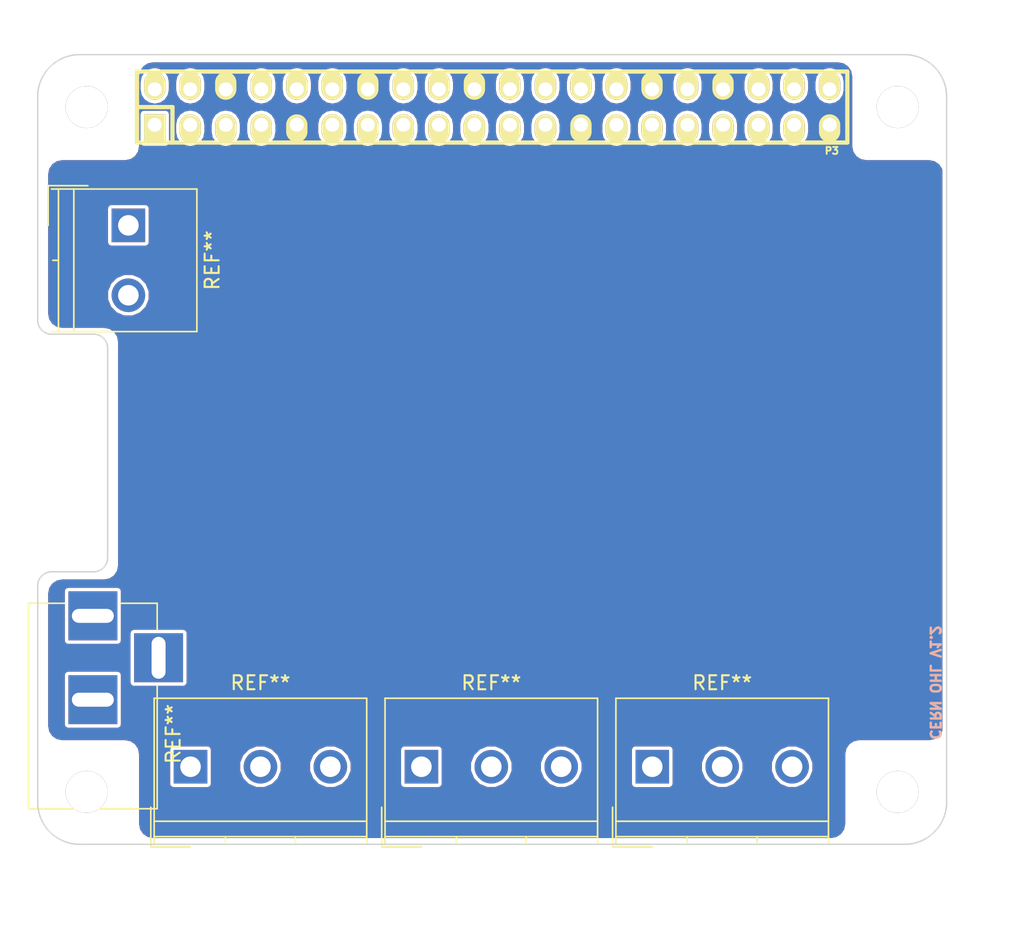
<source format=kicad_pcb>
(kicad_pcb (version 4) (host pcbnew 4.0.7)

  (general
    (links 8)
    (no_connects 1)
    (area 104.869999 69.1775 177.616667 136.400001)
    (thickness 1.6)
    (drawings 31)
    (tracks 0)
    (zones 0)
    (modules 10)
    (nets 32)
  )

  (page A4)
  (title_block
    (title "Raspberry Pi Hat Template")
    (date 2015-12-24)
    (rev 0.1)
    (company OpenFet)
    (comment 1 "Author: Julien")
    (comment 2 "License: CERN OHL V1.2")
  )

  (layers
    (0 F.Cu signal)
    (31 B.Cu signal)
    (32 B.Adhes user)
    (33 F.Adhes user)
    (34 B.Paste user)
    (35 F.Paste user)
    (36 B.SilkS user)
    (37 F.SilkS user)
    (38 B.Mask user)
    (39 F.Mask user)
    (40 Dwgs.User user)
    (41 Cmts.User user)
    (42 Eco1.User user)
    (43 Eco2.User user)
    (44 Edge.Cuts user)
    (45 Margin user)
    (46 B.CrtYd user)
    (47 F.CrtYd user)
    (48 B.Fab user)
    (49 F.Fab user)
  )

  (setup
    (last_trace_width 0.2)
    (user_trace_width 0.1)
    (user_trace_width 0.2)
    (user_trace_width 0.3)
    (user_trace_width 0.4)
    (user_trace_width 0.5)
    (user_trace_width 0.6)
    (user_trace_width 0.8)
    (user_trace_width 1)
    (trace_clearance 0.15)
    (zone_clearance 0.508)
    (zone_45_only no)
    (trace_min 0.1)
    (segment_width 0.2)
    (edge_width 0.1)
    (via_size 0.889)
    (via_drill 0.635)
    (via_min_size 0.26)
    (via_min_drill 0.16)
    (user_via 0.4 0.22)
    (user_via 1.5 0.8)
    (uvia_size 0.508)
    (uvia_drill 0.127)
    (uvias_allowed no)
    (uvia_min_size 0.508)
    (uvia_min_drill 0.127)
    (pcb_text_width 0.3)
    (pcb_text_size 1.5 1.5)
    (mod_edge_width 0.15)
    (mod_text_size 1 1)
    (mod_text_width 0.15)
    (pad_size 1.625 1.625)
    (pad_drill 0)
    (pad_to_mask_clearance 0)
    (aux_axis_origin 0 0)
    (grid_origin 211.1 101.7)
    (visible_elements 7FFFFF7F)
    (pcbplotparams
      (layerselection 0x010f0_80000001)
      (usegerberextensions false)
      (excludeedgelayer true)
      (linewidth 0.100000)
      (plotframeref false)
      (viasonmask false)
      (mode 1)
      (useauxorigin false)
      (hpglpennumber 1)
      (hpglpenspeed 20)
      (hpglpendiameter 15)
      (hpglpenoverlay 2)
      (psnegative false)
      (psa4output false)
      (plotreference true)
      (plotvalue true)
      (plotinvisibletext false)
      (padsonsilk false)
      (subtractmaskfromsilk false)
      (outputformat 1)
      (mirror false)
      (drillshape 0)
      (scaleselection 1)
      (outputdirectory /home/mangokid/Desktop/hat_gerber/))
  )

  (net 0 "")
  (net 1 GND)
  (net 2 "/Back Power Protection/5V_MCU")
  (net 3 "Net-(P3-Pad27)")
  (net 4 "Net-(P3-Pad28)")
  (net 5 "Net-(P3-Pad1)")
  (net 6 "Net-(P3-Pad3)")
  (net 7 "Net-(P3-Pad5)")
  (net 8 "Net-(P3-Pad7)")
  (net 9 "Net-(P3-Pad8)")
  (net 10 "Net-(P3-Pad10)")
  (net 11 "Net-(P3-Pad11)")
  (net 12 "Net-(P3-Pad12)")
  (net 13 "Net-(P3-Pad13)")
  (net 14 "Net-(P3-Pad15)")
  (net 15 "Net-(P3-Pad16)")
  (net 16 "Net-(P3-Pad17)")
  (net 17 "Net-(P3-Pad18)")
  (net 18 "Net-(P3-Pad19)")
  (net 19 "Net-(P3-Pad21)")
  (net 20 "Net-(P3-Pad22)")
  (net 21 "Net-(P3-Pad23)")
  (net 22 "Net-(P3-Pad24)")
  (net 23 "Net-(P3-Pad26)")
  (net 24 "Net-(P3-Pad29)")
  (net 25 "Net-(P3-Pad31)")
  (net 26 "Net-(P3-Pad32)")
  (net 27 "Net-(P3-Pad33)")
  (net 28 "Net-(P3-Pad35)")
  (net 29 "Net-(P3-Pad36)")
  (net 30 "Net-(P3-Pad37)")
  (net 31 "Net-(P3-Pad40)")

  (net_class Default "This is the default net class."
    (clearance 0.15)
    (trace_width 0.2)
    (via_dia 0.889)
    (via_drill 0.635)
    (uvia_dia 0.508)
    (uvia_drill 0.127)
    (add_net "/Back Power Protection/5V_MCU")
    (add_net GND)
    (add_net "Net-(P3-Pad1)")
    (add_net "Net-(P3-Pad10)")
    (add_net "Net-(P3-Pad11)")
    (add_net "Net-(P3-Pad12)")
    (add_net "Net-(P3-Pad13)")
    (add_net "Net-(P3-Pad15)")
    (add_net "Net-(P3-Pad16)")
    (add_net "Net-(P3-Pad17)")
    (add_net "Net-(P3-Pad18)")
    (add_net "Net-(P3-Pad19)")
    (add_net "Net-(P3-Pad21)")
    (add_net "Net-(P3-Pad22)")
    (add_net "Net-(P3-Pad23)")
    (add_net "Net-(P3-Pad24)")
    (add_net "Net-(P3-Pad26)")
    (add_net "Net-(P3-Pad27)")
    (add_net "Net-(P3-Pad28)")
    (add_net "Net-(P3-Pad29)")
    (add_net "Net-(P3-Pad3)")
    (add_net "Net-(P3-Pad31)")
    (add_net "Net-(P3-Pad32)")
    (add_net "Net-(P3-Pad33)")
    (add_net "Net-(P3-Pad35)")
    (add_net "Net-(P3-Pad36)")
    (add_net "Net-(P3-Pad37)")
    (add_net "Net-(P3-Pad40)")
    (add_net "Net-(P3-Pad5)")
    (add_net "Net-(P3-Pad7)")
    (add_net "Net-(P3-Pad8)")
  )

  (module Mounting_Holes:MountingHole_3mm locked (layer F.Cu) (tedit 5509CEA9) (tstamp 5509D3C4)
    (at 166.42 123.82)
    (descr "Mounting hole, Befestigungsbohrung, 3mm, No Annular, Kein Restring,")
    (tags "Mounting hole, Befestigungsbohrung, 3mm, No Annular, Kein Restring,")
    (fp_text reference REF** (at 0 -4.0005) (layer F.SilkS) hide
      (effects (font (size 0.5 0.5) (thickness 0.125)))
    )
    (fp_text value MountingHole_3mm (at 1.00076 5.00126) (layer F.Fab) hide
      (effects (font (size 0.5 0.5) (thickness 0.125)))
    )
    (fp_circle (center 0 0) (end 2.99974 0) (layer Cmts.User) (width 0.381))
    (pad 1 thru_hole circle (at 0 0) (size 2.99974 2.99974) (drill 2.99974) (layers))
  )

  (module Mounting_Holes:MountingHole_3mm locked (layer F.Cu) (tedit 5509CEA3) (tstamp 5509D3C2)
    (at 108.42 123.82)
    (descr "Mounting hole, Befestigungsbohrung, 3mm, No Annular, Kein Restring,")
    (tags "Mounting hole, Befestigungsbohrung, 3mm, No Annular, Kein Restring,")
    (fp_text reference REF** (at 0 -4.0005) (layer F.SilkS) hide
      (effects (font (size 0.5 0.5) (thickness 0.125)))
    )
    (fp_text value MountingHole_3mm (at 1.00076 5.00126) (layer F.Fab) hide
      (effects (font (size 0.5 0.5) (thickness 0.125)))
    )
    (fp_circle (center 0 0) (end 2.99974 0) (layer Cmts.User) (width 0.381))
    (pad 1 thru_hole circle (at 0 0) (size 2.99974 2.99974) (drill 2.99974) (layers))
  )

  (module w_pin_strip:pin_socket_20x2 (layer F.Cu) (tedit 567B9DD9) (tstamp 5509D7DA)
    (at 137.42 74.82)
    (descr "Pin socket 20x2pin")
    (tags "CONN DEV")
    (path /54E92361)
    (fp_text reference P3 (at 24.29 3.13) (layer F.SilkS)
      (effects (font (size 0.5 0.5) (thickness 0.125)))
    )
    (fp_text value Raspberry_Pi_+_Conn (at 0 -5.08) (layer F.SilkS) hide
      (effects (font (size 0.5 0.5) (thickness 0.125)))
    )
    (fp_line (start 25.4 2.54) (end -25.4 2.54) (layer F.SilkS) (width 0.3048))
    (fp_line (start -25.4 -2.54) (end 25.4 -2.54) (layer F.SilkS) (width 0.3048))
    (fp_line (start -25.4 0) (end -22.86 0) (layer F.SilkS) (width 0.3048))
    (fp_line (start -22.86 0) (end -22.86 2.54) (layer F.SilkS) (width 0.3048))
    (fp_line (start -25.4 -2.54) (end -25.4 2.54) (layer F.SilkS) (width 0.3048))
    (fp_line (start 25.4 2.54) (end 25.4 -2.54) (layer F.SilkS) (width 0.3048))
    (pad 1 thru_hole rect (at -24.13 1.27) (size 1.524 1.99898) (drill 1.00076 (offset 0 0.24892)) (layers *.Cu *.Mask F.SilkS)
      (net 5 "Net-(P3-Pad1)"))
    (pad 2 thru_hole oval (at -24.13 -1.27) (size 1.524 1.99898) (drill 1.00076 (offset 0 -0.24892)) (layers *.Cu *.Mask F.SilkS)
      (net 2 "/Back Power Protection/5V_MCU"))
    (pad 3 thru_hole oval (at -21.59 1.27) (size 1.524 1.99898) (drill 1.00076 (offset 0 0.24892)) (layers *.Cu *.Mask F.SilkS)
      (net 6 "Net-(P3-Pad3)"))
    (pad 4 thru_hole oval (at -21.59 -1.27) (size 1.524 1.99898) (drill 1.00076 (offset 0 -0.24892)) (layers *.Cu *.Mask F.SilkS)
      (net 2 "/Back Power Protection/5V_MCU"))
    (pad 5 thru_hole oval (at -19.05 1.27) (size 1.524 1.99898) (drill 1.00076 (offset 0 0.24892)) (layers *.Cu *.Mask F.SilkS)
      (net 7 "Net-(P3-Pad5)"))
    (pad 6 thru_hole oval (at -19.05 -1.27) (size 1.524 1.99898) (drill 1.00076 (offset 0 -0.24892)) (layers *.Cu *.Mask F.SilkS)
      (net 1 GND))
    (pad 7 thru_hole oval (at -16.51 1.27) (size 1.524 1.99898) (drill 1.00076 (offset 0 0.24892)) (layers *.Cu *.Mask F.SilkS)
      (net 8 "Net-(P3-Pad7)"))
    (pad 8 thru_hole oval (at -16.51 -1.27) (size 1.524 1.99898) (drill 1.00076 (offset 0 -0.24892)) (layers *.Cu *.Mask F.SilkS)
      (net 9 "Net-(P3-Pad8)"))
    (pad 9 thru_hole oval (at -13.97 1.27) (size 1.524 1.99898) (drill 1.00076 (offset 0 0.24892)) (layers *.Cu *.Mask F.SilkS)
      (net 1 GND))
    (pad 10 thru_hole oval (at -13.97 -1.27) (size 1.524 1.99898) (drill 1.00076 (offset 0 -0.24892)) (layers *.Cu *.Mask F.SilkS)
      (net 10 "Net-(P3-Pad10)"))
    (pad 11 thru_hole oval (at -11.43 1.27) (size 1.524 1.99898) (drill 1.00076 (offset 0 0.24892)) (layers *.Cu *.Mask F.SilkS)
      (net 11 "Net-(P3-Pad11)"))
    (pad 12 thru_hole oval (at -11.43 -1.27) (size 1.524 1.99898) (drill 1.00076 (offset 0 -0.24892)) (layers *.Cu *.Mask F.SilkS)
      (net 12 "Net-(P3-Pad12)"))
    (pad 13 thru_hole oval (at -8.89 1.27) (size 1.524 1.99898) (drill 1.00076 (offset 0 0.24892)) (layers *.Cu *.Mask F.SilkS)
      (net 13 "Net-(P3-Pad13)"))
    (pad 14 thru_hole oval (at -8.89 -1.27) (size 1.524 1.99898) (drill 1.00076 (offset 0 -0.24892)) (layers *.Cu *.Mask F.SilkS)
      (net 1 GND))
    (pad 15 thru_hole oval (at -6.35 1.27) (size 1.524 1.99898) (drill 1.00076 (offset 0 0.24892)) (layers *.Cu *.Mask F.SilkS)
      (net 14 "Net-(P3-Pad15)"))
    (pad 16 thru_hole oval (at -6.35 -1.27) (size 1.524 1.99898) (drill 1.00076 (offset 0 -0.24892)) (layers *.Cu *.Mask F.SilkS)
      (net 15 "Net-(P3-Pad16)"))
    (pad 17 thru_hole oval (at -3.81 1.27) (size 1.524 1.99898) (drill 1.00076 (offset 0 0.24892)) (layers *.Cu *.Mask F.SilkS)
      (net 16 "Net-(P3-Pad17)"))
    (pad 18 thru_hole oval (at -3.81 -1.27) (size 1.524 1.99898) (drill 1.00076 (offset 0 -0.24892)) (layers *.Cu *.Mask F.SilkS)
      (net 17 "Net-(P3-Pad18)"))
    (pad 19 thru_hole oval (at -1.27 1.27) (size 1.524 1.99898) (drill 1.00076 (offset 0 0.24892)) (layers *.Cu *.Mask F.SilkS)
      (net 18 "Net-(P3-Pad19)"))
    (pad 20 thru_hole oval (at -1.27 -1.27) (size 1.524 1.99898) (drill 1.00076 (offset 0 -0.24892)) (layers *.Cu *.Mask F.SilkS)
      (net 1 GND))
    (pad 21 thru_hole oval (at 1.27 1.27) (size 1.524 1.99898) (drill 1.00076 (offset 0 0.24892)) (layers *.Cu *.Mask F.SilkS)
      (net 19 "Net-(P3-Pad21)"))
    (pad 22 thru_hole oval (at 1.27 -1.27) (size 1.524 1.99898) (drill 1.00076 (offset 0 -0.24892)) (layers *.Cu *.Mask F.SilkS)
      (net 20 "Net-(P3-Pad22)"))
    (pad 23 thru_hole oval (at 3.81 1.27) (size 1.524 1.99898) (drill 1.00076 (offset 0 0.24892)) (layers *.Cu *.Mask F.SilkS)
      (net 21 "Net-(P3-Pad23)"))
    (pad 24 thru_hole oval (at 3.81 -1.27) (size 1.524 1.99898) (drill 1.00076 (offset 0 -0.24892)) (layers *.Cu *.Mask F.SilkS)
      (net 22 "Net-(P3-Pad24)"))
    (pad 25 thru_hole oval (at 6.35 1.27) (size 1.524 1.99898) (drill 1.00076 (offset 0 0.24892)) (layers *.Cu *.Mask F.SilkS)
      (net 1 GND))
    (pad 26 thru_hole oval (at 6.35 -1.27) (size 1.524 1.99898) (drill 1.00076 (offset 0 -0.24892)) (layers *.Cu *.Mask F.SilkS)
      (net 23 "Net-(P3-Pad26)"))
    (pad 27 thru_hole oval (at 8.89 1.27) (size 1.524 1.99898) (drill 1.00076 (offset 0 0.24892)) (layers *.Cu *.Mask F.SilkS)
      (net 3 "Net-(P3-Pad27)"))
    (pad 28 thru_hole oval (at 8.89 -1.27) (size 1.524 1.99898) (drill 1.00076 (offset 0 -0.24892)) (layers *.Cu *.Mask F.SilkS)
      (net 4 "Net-(P3-Pad28)"))
    (pad 29 thru_hole oval (at 11.43 1.27) (size 1.524 1.99898) (drill 1.00076 (offset 0 0.24892)) (layers *.Cu *.Mask F.SilkS)
      (net 24 "Net-(P3-Pad29)"))
    (pad 30 thru_hole oval (at 11.43 -1.27) (size 1.524 1.99898) (drill 1.00076 (offset 0 -0.24892)) (layers *.Cu *.Mask F.SilkS)
      (net 1 GND))
    (pad 31 thru_hole oval (at 13.97 1.27) (size 1.524 1.99898) (drill 1.00076 (offset 0 0.24892)) (layers *.Cu *.Mask F.SilkS)
      (net 25 "Net-(P3-Pad31)"))
    (pad 32 thru_hole oval (at 13.97 -1.27) (size 1.524 1.99898) (drill 1.00076 (offset 0 -0.24892)) (layers *.Cu *.Mask F.SilkS)
      (net 26 "Net-(P3-Pad32)"))
    (pad 33 thru_hole oval (at 16.51 1.27) (size 1.524 1.99898) (drill 1.00076 (offset 0 0.24892)) (layers *.Cu *.Mask F.SilkS)
      (net 27 "Net-(P3-Pad33)"))
    (pad 34 thru_hole oval (at 16.51 -1.27) (size 1.524 1.99898) (drill 1.00076 (offset 0 -0.24892)) (layers *.Cu *.Mask F.SilkS)
      (net 1 GND))
    (pad 35 thru_hole oval (at 19.05 1.27) (size 1.524 1.99898) (drill 1.00076 (offset 0 0.24892)) (layers *.Cu *.Mask F.SilkS)
      (net 28 "Net-(P3-Pad35)"))
    (pad 36 thru_hole oval (at 19.05 -1.27) (size 1.524 1.99898) (drill 1.00076 (offset 0 -0.24892)) (layers *.Cu *.Mask F.SilkS)
      (net 29 "Net-(P3-Pad36)"))
    (pad 37 thru_hole oval (at 21.59 1.27) (size 1.524 1.99898) (drill 1.00076 (offset 0 0.24892)) (layers *.Cu *.Mask F.SilkS)
      (net 30 "Net-(P3-Pad37)"))
    (pad 38 thru_hole oval (at 21.59 -1.27) (size 1.524 1.99898) (drill 1.00076 (offset 0 -0.24892)) (layers *.Cu *.Mask F.SilkS))
    (pad 39 thru_hole oval (at 24.13 1.27) (size 1.524 1.99898) (drill 1.00076 (offset 0 0.24892)) (layers *.Cu *.Mask F.SilkS)
      (net 1 GND))
    (pad 40 thru_hole oval (at 24.13 -1.27) (size 1.524 1.99898) (drill 1.00076 (offset 0 -0.24892)) (layers *.Cu *.Mask F.SilkS)
      (net 31 "Net-(P3-Pad40)"))
    (model walter/pin_strip/pin_socket_20x2.wrl
      (at (xyz 0 0 0))
      (scale (xyz 1 1 1))
      (rotate (xyz 0 0 0))
    )
  )

  (module Mounting_Holes:MountingHole_3mm locked (layer F.Cu) (tedit 5509CE9A) (tstamp 5509D3BE)
    (at 166.42 74.82)
    (descr "Mounting hole, Befestigungsbohrung, 3mm, No Annular, Kein Restring,")
    (tags "Mounting hole, Befestigungsbohrung, 3mm, No Annular, Kein Restring,")
    (fp_text reference REF** (at 0 -4.0005) (layer F.SilkS) hide
      (effects (font (size 0.5 0.5) (thickness 0.125)))
    )
    (fp_text value MountingHole_3mm (at 1.00076 5.00126) (layer F.Fab) hide
      (effects (font (size 0.5 0.5) (thickness 0.125)))
    )
    (fp_circle (center 0 0) (end 2.99974 0) (layer Cmts.User) (width 0.381))
    (pad 1 thru_hole circle (at 0 0) (size 2.99974 2.99974) (drill 2.99974) (layers))
  )

  (module Mounting_Holes:MountingHole_3mm locked (layer F.Cu) (tedit 5509CE9D) (tstamp 5509D3C0)
    (at 108.42 74.82)
    (descr "Mounting hole, Befestigungsbohrung, 3mm, No Annular, Kein Restring,")
    (tags "Mounting hole, Befestigungsbohrung, 3mm, No Annular, Kein Restring,")
    (fp_text reference REF** (at 0 -4.0005) (layer F.SilkS) hide
      (effects (font (size 0.5 0.5) (thickness 0.125)))
    )
    (fp_text value MountingHole_3mm (at 1.00076 5.00126) (layer F.Fab) hide
      (effects (font (size 0.5 0.5) (thickness 0.125)))
    )
    (fp_circle (center 0 0) (end 2.99974 0) (layer Cmts.User) (width 0.381))
    (pad 1 thru_hole circle (at 0 0) (size 2.99974 2.99974) (drill 2.99974) (layers))
  )

  (module Connectors_Terminal_Blocks:TerminalBlock_Philmore_TB133_03x5mm_Straight (layer F.Cu) (tedit 59661312) (tstamp 59D25E82)
    (at 115.85 122.02)
    (descr "3-way 5.0mm pitch terminal block, http://www.philmore-datak.com/mc/Page%20197.pdf")
    (tags "screw terminal block")
    (fp_text reference REF** (at 5 -6) (layer F.SilkS)
      (effects (font (size 1 1) (thickness 0.15)))
    )
    (fp_text value TerminalBlock_Philmore_TB133_03x5mm_Straight (at 5 6.9) (layer F.Fab)
      (effects (font (size 1 1) (thickness 0.15)))
    )
    (fp_line (start -3 -5.3) (end -3 5.9) (layer F.CrtYd) (width 0.05))
    (fp_line (start -3 5.9) (end 13 5.9) (layer F.CrtYd) (width 0.05))
    (fp_line (start 13 5.9) (end 13 -5.3) (layer F.CrtYd) (width 0.05))
    (fp_line (start 13 -5.3) (end -3 -5.3) (layer F.CrtYd) (width 0.05))
    (fp_line (start -2.5 3.9) (end 12.5 3.9) (layer F.Fab) (width 0.1))
    (fp_line (start -2.5 5) (end 12.5 5) (layer F.Fab) (width 0.1))
    (fp_line (start -2.5 5.4) (end -2.5 -4.8) (layer F.Fab) (width 0.1))
    (fp_line (start -2.5 -4.8) (end 12.5 -4.8) (layer F.Fab) (width 0.1))
    (fp_line (start 12.5 -4.8) (end 12.5 5.4) (layer F.Fab) (width 0.1))
    (fp_line (start 2.5 5) (end 2.5 5.4) (layer F.Fab) (width 0.1))
    (fp_line (start 7.5 5) (end 7.5 5.4) (layer F.Fab) (width 0.1))
    (fp_line (start -2.84 2.9) (end -2.84 5.74) (layer F.Fab) (width 0.1))
    (fp_line (start -2.84 5.74) (end 0 5.74) (layer F.Fab) (width 0.1))
    (fp_line (start -2.6 3.9) (end 12.6 3.9) (layer F.SilkS) (width 0.12))
    (fp_line (start -2.6 5) (end 12.6 5) (layer F.SilkS) (width 0.12))
    (fp_line (start -2.6 5.5) (end -2.6 -4.9) (layer F.SilkS) (width 0.12))
    (fp_line (start -2.6 -4.9) (end 12.6 -4.9) (layer F.SilkS) (width 0.12))
    (fp_line (start 12.6 -4.9) (end 12.6 5.5) (layer F.SilkS) (width 0.12))
    (fp_line (start 2.5 5) (end 2.5 5.4) (layer F.SilkS) (width 0.12))
    (fp_line (start 7.5 5) (end 7.5 5.4) (layer F.SilkS) (width 0.12))
    (fp_line (start -2.84 2.9) (end -2.84 5.74) (layer F.SilkS) (width 0.12))
    (fp_line (start -2.84 5.74) (end 0 5.74) (layer F.SilkS) (width 0.12))
    (fp_text user %R (at 5 0.3) (layer F.Fab)
      (effects (font (size 1 1) (thickness 0.15)))
    )
    (pad 1 thru_hole rect (at 0 0) (size 2.4 2.4) (drill 1.47) (layers *.Cu *.Mask))
    (pad 2 thru_hole circle (at 5 0) (size 2.4 2.4) (drill 1.47) (layers *.Cu *.Mask))
    (pad 3 thru_hole circle (at 10 0) (size 2.4 2.4) (drill 1.47) (layers *.Cu *.Mask))
    (model ${KISYS3DMOD}/Connectors_Terminal_Blocks.3dshapes/TerminalBlock_Philmore_TB133_03x5mm_Straight.wrl
      (at (xyz 0 0 0))
      (scale (xyz 1 1 1))
      (rotate (xyz 0 0 0))
    )
  )

  (module Connectors_Terminal_Blocks:TerminalBlock_Philmore_TB133_03x5mm_Straight (layer F.Cu) (tedit 59661312) (tstamp 59D25F01)
    (at 132.36 122.02)
    (descr "3-way 5.0mm pitch terminal block, http://www.philmore-datak.com/mc/Page%20197.pdf")
    (tags "screw terminal block")
    (fp_text reference REF** (at 5 -6) (layer F.SilkS)
      (effects (font (size 1 1) (thickness 0.15)))
    )
    (fp_text value TerminalBlock_Philmore_TB133_03x5mm_Straight (at 5 6.9) (layer F.Fab)
      (effects (font (size 1 1) (thickness 0.15)))
    )
    (fp_line (start -3 -5.3) (end -3 5.9) (layer F.CrtYd) (width 0.05))
    (fp_line (start -3 5.9) (end 13 5.9) (layer F.CrtYd) (width 0.05))
    (fp_line (start 13 5.9) (end 13 -5.3) (layer F.CrtYd) (width 0.05))
    (fp_line (start 13 -5.3) (end -3 -5.3) (layer F.CrtYd) (width 0.05))
    (fp_line (start -2.5 3.9) (end 12.5 3.9) (layer F.Fab) (width 0.1))
    (fp_line (start -2.5 5) (end 12.5 5) (layer F.Fab) (width 0.1))
    (fp_line (start -2.5 5.4) (end -2.5 -4.8) (layer F.Fab) (width 0.1))
    (fp_line (start -2.5 -4.8) (end 12.5 -4.8) (layer F.Fab) (width 0.1))
    (fp_line (start 12.5 -4.8) (end 12.5 5.4) (layer F.Fab) (width 0.1))
    (fp_line (start 2.5 5) (end 2.5 5.4) (layer F.Fab) (width 0.1))
    (fp_line (start 7.5 5) (end 7.5 5.4) (layer F.Fab) (width 0.1))
    (fp_line (start -2.84 2.9) (end -2.84 5.74) (layer F.Fab) (width 0.1))
    (fp_line (start -2.84 5.74) (end 0 5.74) (layer F.Fab) (width 0.1))
    (fp_line (start -2.6 3.9) (end 12.6 3.9) (layer F.SilkS) (width 0.12))
    (fp_line (start -2.6 5) (end 12.6 5) (layer F.SilkS) (width 0.12))
    (fp_line (start -2.6 5.5) (end -2.6 -4.9) (layer F.SilkS) (width 0.12))
    (fp_line (start -2.6 -4.9) (end 12.6 -4.9) (layer F.SilkS) (width 0.12))
    (fp_line (start 12.6 -4.9) (end 12.6 5.5) (layer F.SilkS) (width 0.12))
    (fp_line (start 2.5 5) (end 2.5 5.4) (layer F.SilkS) (width 0.12))
    (fp_line (start 7.5 5) (end 7.5 5.4) (layer F.SilkS) (width 0.12))
    (fp_line (start -2.84 2.9) (end -2.84 5.74) (layer F.SilkS) (width 0.12))
    (fp_line (start -2.84 5.74) (end 0 5.74) (layer F.SilkS) (width 0.12))
    (fp_text user %R (at 5 0.3) (layer F.Fab)
      (effects (font (size 1 1) (thickness 0.15)))
    )
    (pad 1 thru_hole rect (at 0 0) (size 2.4 2.4) (drill 1.47) (layers *.Cu *.Mask))
    (pad 2 thru_hole circle (at 5 0) (size 2.4 2.4) (drill 1.47) (layers *.Cu *.Mask))
    (pad 3 thru_hole circle (at 10 0) (size 2.4 2.4) (drill 1.47) (layers *.Cu *.Mask))
    (model ${KISYS3DMOD}/Connectors_Terminal_Blocks.3dshapes/TerminalBlock_Philmore_TB133_03x5mm_Straight.wrl
      (at (xyz 0 0 0))
      (scale (xyz 1 1 1))
      (rotate (xyz 0 0 0))
    )
  )

  (module Connectors_Terminal_Blocks:TerminalBlock_Philmore_TB133_03x5mm_Straight (layer F.Cu) (tedit 59661312) (tstamp 59D25FFB)
    (at 148.87 122.02)
    (descr "3-way 5.0mm pitch terminal block, http://www.philmore-datak.com/mc/Page%20197.pdf")
    (tags "screw terminal block")
    (fp_text reference REF** (at 5 -6) (layer F.SilkS)
      (effects (font (size 1 1) (thickness 0.15)))
    )
    (fp_text value TerminalBlock_Philmore_TB133_03x5mm_Straight (at 5 6.9) (layer F.Fab)
      (effects (font (size 1 1) (thickness 0.15)))
    )
    (fp_line (start -3 -5.3) (end -3 5.9) (layer F.CrtYd) (width 0.05))
    (fp_line (start -3 5.9) (end 13 5.9) (layer F.CrtYd) (width 0.05))
    (fp_line (start 13 5.9) (end 13 -5.3) (layer F.CrtYd) (width 0.05))
    (fp_line (start 13 -5.3) (end -3 -5.3) (layer F.CrtYd) (width 0.05))
    (fp_line (start -2.5 3.9) (end 12.5 3.9) (layer F.Fab) (width 0.1))
    (fp_line (start -2.5 5) (end 12.5 5) (layer F.Fab) (width 0.1))
    (fp_line (start -2.5 5.4) (end -2.5 -4.8) (layer F.Fab) (width 0.1))
    (fp_line (start -2.5 -4.8) (end 12.5 -4.8) (layer F.Fab) (width 0.1))
    (fp_line (start 12.5 -4.8) (end 12.5 5.4) (layer F.Fab) (width 0.1))
    (fp_line (start 2.5 5) (end 2.5 5.4) (layer F.Fab) (width 0.1))
    (fp_line (start 7.5 5) (end 7.5 5.4) (layer F.Fab) (width 0.1))
    (fp_line (start -2.84 2.9) (end -2.84 5.74) (layer F.Fab) (width 0.1))
    (fp_line (start -2.84 5.74) (end 0 5.74) (layer F.Fab) (width 0.1))
    (fp_line (start -2.6 3.9) (end 12.6 3.9) (layer F.SilkS) (width 0.12))
    (fp_line (start -2.6 5) (end 12.6 5) (layer F.SilkS) (width 0.12))
    (fp_line (start -2.6 5.5) (end -2.6 -4.9) (layer F.SilkS) (width 0.12))
    (fp_line (start -2.6 -4.9) (end 12.6 -4.9) (layer F.SilkS) (width 0.12))
    (fp_line (start 12.6 -4.9) (end 12.6 5.5) (layer F.SilkS) (width 0.12))
    (fp_line (start 2.5 5) (end 2.5 5.4) (layer F.SilkS) (width 0.12))
    (fp_line (start 7.5 5) (end 7.5 5.4) (layer F.SilkS) (width 0.12))
    (fp_line (start -2.84 2.9) (end -2.84 5.74) (layer F.SilkS) (width 0.12))
    (fp_line (start -2.84 5.74) (end 0 5.74) (layer F.SilkS) (width 0.12))
    (fp_text user %R (at 5 0.3) (layer F.Fab)
      (effects (font (size 1 1) (thickness 0.15)))
    )
    (pad 1 thru_hole rect (at 0 0) (size 2.4 2.4) (drill 1.47) (layers *.Cu *.Mask))
    (pad 2 thru_hole circle (at 5 0) (size 2.4 2.4) (drill 1.47) (layers *.Cu *.Mask))
    (pad 3 thru_hole circle (at 10 0) (size 2.4 2.4) (drill 1.47) (layers *.Cu *.Mask))
    (model ${KISYS3DMOD}/Connectors_Terminal_Blocks.3dshapes/TerminalBlock_Philmore_TB133_03x5mm_Straight.wrl
      (at (xyz 0 0 0))
      (scale (xyz 1 1 1))
      (rotate (xyz 0 0 0))
    )
  )

  (module Connectors_Terminal_Blocks:TerminalBlock_Philmore_TB132_02x5mm_Straight (layer F.Cu) (tedit 59661312) (tstamp 59D263AD)
    (at 111.405 83.285 270)
    (descr "2-way 5.0mm pitch terminal block, http://www.philmore-datak.com/mc/Page%20197.pdf")
    (tags "screw terminal block")
    (fp_text reference REF** (at 2.5 -6 270) (layer F.SilkS)
      (effects (font (size 1 1) (thickness 0.15)))
    )
    (fp_text value TerminalBlock_Philmore_TB132_02x5mm_Straight (at 2.5 6.9 270) (layer F.Fab)
      (effects (font (size 1 1) (thickness 0.15)))
    )
    (fp_line (start -3 -5.3) (end -3 5.9) (layer F.CrtYd) (width 0.05))
    (fp_line (start -3 5.9) (end 8 5.9) (layer F.CrtYd) (width 0.05))
    (fp_line (start 8 5.9) (end 8 -5.3) (layer F.CrtYd) (width 0.05))
    (fp_line (start 8 -5.3) (end -3 -5.3) (layer F.CrtYd) (width 0.05))
    (fp_line (start -2.5 3.9) (end 7.5 3.9) (layer F.Fab) (width 0.1))
    (fp_line (start -2.5 5) (end 7.5 5) (layer F.Fab) (width 0.1))
    (fp_line (start -2.5 5.4) (end -2.5 -4.8) (layer F.Fab) (width 0.1))
    (fp_line (start -2.5 -4.8) (end 7.5 -4.8) (layer F.Fab) (width 0.1))
    (fp_line (start 7.5 -4.8) (end 7.5 5.4) (layer F.Fab) (width 0.1))
    (fp_line (start 2.5 5) (end 2.5 5.4) (layer F.Fab) (width 0.1))
    (fp_line (start -2.84 2.9) (end -2.84 5.74) (layer F.Fab) (width 0.1))
    (fp_line (start -2.84 5.74) (end 0 5.74) (layer F.Fab) (width 0.1))
    (fp_line (start -2.6 3.9) (end 7.6 3.9) (layer F.SilkS) (width 0.12))
    (fp_line (start -2.6 5) (end 7.6 5) (layer F.SilkS) (width 0.12))
    (fp_line (start -2.6 5.5) (end -2.6 -4.9) (layer F.SilkS) (width 0.12))
    (fp_line (start -2.6 -4.9) (end 7.6 -4.9) (layer F.SilkS) (width 0.12))
    (fp_line (start 7.6 -4.9) (end 7.6 5.5) (layer F.SilkS) (width 0.12))
    (fp_line (start 2.5 5) (end 2.5 5.4) (layer F.SilkS) (width 0.12))
    (fp_line (start -2.84 2.9) (end -2.84 5.74) (layer F.SilkS) (width 0.12))
    (fp_line (start -2.84 5.74) (end 0 5.74) (layer F.SilkS) (width 0.12))
    (fp_text user %R (at 2.5 0.3 270) (layer F.Fab)
      (effects (font (size 1 1) (thickness 0.15)))
    )
    (pad 1 thru_hole rect (at 0 0 270) (size 2.4 2.4) (drill 1.47) (layers *.Cu *.Mask))
    (pad 2 thru_hole circle (at 5 0 270) (size 2.4 2.4) (drill 1.47) (layers *.Cu *.Mask))
    (model ${KISYS3DMOD}/Connectors_Terminal_Blocks.3dshapes/TerminalBlock_Philmore_TB132_02x5mm_Straight.wrl
      (at (xyz 0 0 0))
      (scale (xyz 1 1 1))
      (rotate (xyz 0 0 0))
    )
  )

  (module Connectors:BARREL_JACK (layer F.Cu) (tedit 5861378E) (tstamp 59D26622)
    (at 108.865 111.225 90)
    (descr "DC Barrel Jack")
    (tags "Power Jack")
    (fp_text reference REF** (at -8.45 5.75 270) (layer F.SilkS)
      (effects (font (size 1 1) (thickness 0.15)))
    )
    (fp_text value BARREL_JACK (at -6.2 -5.5 90) (layer F.Fab)
      (effects (font (size 1 1) (thickness 0.15)))
    )
    (fp_line (start 1 -4.5) (end 1 -4.75) (layer F.CrtYd) (width 0.05))
    (fp_line (start 1 -4.75) (end -14 -4.75) (layer F.CrtYd) (width 0.05))
    (fp_line (start 1 -4.5) (end 1 -2) (layer F.CrtYd) (width 0.05))
    (fp_line (start 1 -2) (end 2 -2) (layer F.CrtYd) (width 0.05))
    (fp_line (start 2 -2) (end 2 2) (layer F.CrtYd) (width 0.05))
    (fp_line (start 2 2) (end 1 2) (layer F.CrtYd) (width 0.05))
    (fp_line (start 1 2) (end 1 4.75) (layer F.CrtYd) (width 0.05))
    (fp_line (start 1 4.75) (end -1 4.75) (layer F.CrtYd) (width 0.05))
    (fp_line (start -1 4.75) (end -1 6.75) (layer F.CrtYd) (width 0.05))
    (fp_line (start -1 6.75) (end -5 6.75) (layer F.CrtYd) (width 0.05))
    (fp_line (start -5 6.75) (end -5 4.75) (layer F.CrtYd) (width 0.05))
    (fp_line (start -5 4.75) (end -14 4.75) (layer F.CrtYd) (width 0.05))
    (fp_line (start -14 4.75) (end -14 -4.75) (layer F.CrtYd) (width 0.05))
    (fp_line (start -5 4.6) (end -13.8 4.6) (layer F.SilkS) (width 0.12))
    (fp_line (start -13.8 4.6) (end -13.8 -4.6) (layer F.SilkS) (width 0.12))
    (fp_line (start 0.9 1.9) (end 0.9 4.6) (layer F.SilkS) (width 0.12))
    (fp_line (start 0.9 4.6) (end -1 4.6) (layer F.SilkS) (width 0.12))
    (fp_line (start -13.8 -4.6) (end 0.9 -4.6) (layer F.SilkS) (width 0.12))
    (fp_line (start 0.9 -4.6) (end 0.9 -2) (layer F.SilkS) (width 0.12))
    (fp_line (start -10.2 -4.5) (end -10.2 4.5) (layer F.Fab) (width 0.1))
    (fp_line (start -13.7 -4.5) (end -13.7 4.5) (layer F.Fab) (width 0.1))
    (fp_line (start -13.7 4.5) (end 0.8 4.5) (layer F.Fab) (width 0.1))
    (fp_line (start 0.8 4.5) (end 0.8 -4.5) (layer F.Fab) (width 0.1))
    (fp_line (start 0.8 -4.5) (end -13.7 -4.5) (layer F.Fab) (width 0.1))
    (pad 1 thru_hole rect (at 0 0 90) (size 3.5 3.5) (drill oval 1 3) (layers *.Cu *.Mask))
    (pad 2 thru_hole rect (at -6 0 90) (size 3.5 3.5) (drill oval 1 3) (layers *.Cu *.Mask))
    (pad 3 thru_hole rect (at -3 4.7 90) (size 3.5 3.5) (drill oval 3 1) (layers *.Cu *.Mask))
  )

  (gr_text gnd (at 113.31 109.32) (layer F.Fab)
    (effects (font (size 1.5 1.5) (thickness 0.3)))
  )
  (gr_text DAT (at 156.49 115.67) (layer F.Fab) (tstamp 59D264D3)
    (effects (font (size 1.5 1.5) (thickness 0.3)))
  )
  (gr_text DAT (at 139.98 115.67) (layer F.Fab) (tstamp 59D264CF)
    (effects (font (size 1.5 1.5) (thickness 0.3)))
  )
  (gr_text DAT (at 123.47 115.67) (layer F.Fab)
    (effects (font (size 1.5 1.5) (thickness 0.3)))
  )
  (gr_text - (at 147.6 115.67) (layer F.Fab) (tstamp 59D264BF)
    (effects (font (size 1.5 1.5) (thickness 0.3)))
  )
  (gr_text - (at 131.09 115.67) (layer F.Fab) (tstamp 59D264BA)
    (effects (font (size 1.5 1.5) (thickness 0.3)))
  )
  (gr_text - (at 114.58 115.67) (layer F.Fab) (tstamp 59D264B4)
    (effects (font (size 1.5 1.5) (thickness 0.3)))
  )
  (gr_text - (at 118.39 81.38) (layer F.Fab)
    (effects (font (size 1.5 1.5) (thickness 0.3)))
  )
  (gr_text + (at 118.39 90.27) (layer F.Fab) (tstamp 59D26497)
    (effects (font (size 1.5 1.5) (thickness 0.3)))
  )
  (gr_text + (at 160.3 115.67) (layer F.Fab) (tstamp 59D2648A)
    (effects (font (size 1.5 1.5) (thickness 0.3)))
  )
  (gr_text + (at 127.28 115.67) (layer F.Fab) (tstamp 59D26483)
    (effects (font (size 1.5 1.5) (thickness 0.3)))
  )
  (gr_text + (at 143.79 115.67) (layer F.Fab)
    (effects (font (size 1.5 1.5) (thickness 0.3)))
  )
  (dimension 65 (width 0.3) (layer Dwgs.User)
    (gr_text "65.000 mm" (at 137.6 135.05) (layer Dwgs.User)
      (effects (font (size 0.5 0.5) (thickness 0.125)))
    )
    (feature1 (pts (xy 105.1 125.2) (xy 105.1 136.4)))
    (feature2 (pts (xy 170.1 125.2) (xy 170.1 136.4)))
    (crossbar (pts (xy 170.1 133.7) (xy 105.1 133.7)))
    (arrow1a (pts (xy 105.1 133.7) (xy 106.226504 133.113579)))
    (arrow1b (pts (xy 105.1 133.7) (xy 106.226504 134.286421)))
    (arrow2a (pts (xy 170.1 133.7) (xy 168.973496 133.113579)))
    (arrow2b (pts (xy 170.1 133.7) (xy 168.973496 134.286421)))
  )
  (gr_text "CERN OHL V1.2" (at 169.1 116 270) (layer B.SilkS)
    (effects (font (size 0.7 0.7) (thickness 0.175)) (justify mirror))
  )
  (dimension 56.5 (width 0.3) (layer Dwgs.User)
    (gr_text "56.500 mm" (at 175.45 99.45 270) (layer Dwgs.User)
      (effects (font (size 0.5 0.5) (thickness 0.125)))
    )
    (feature1 (pts (xy 167.1 127.7) (xy 176.8 127.7)))
    (feature2 (pts (xy 167.1 71.2) (xy 176.8 71.2)))
    (crossbar (pts (xy 174.1 71.2) (xy 174.1 127.7)))
    (arrow1a (pts (xy 174.1 127.7) (xy 173.513579 126.573496)))
    (arrow1b (pts (xy 174.1 127.7) (xy 174.686421 126.573496)))
    (arrow2a (pts (xy 174.1 71.2) (xy 173.513579 72.326504)))
    (arrow2b (pts (xy 174.1 71.2) (xy 174.686421 72.326504)))
  )
  (gr_line (start 104.92 109.07) (end 104.92 124.57) (angle 90) (layer Edge.Cuts) (width 0.1))
  (gr_line (start 104.92 90.07) (end 104.92 74.07) (angle 90) (layer Edge.Cuts) (width 0.1))
  (gr_line (start 108.92 108.07) (end 105.92 108.07) (angle 90) (layer Edge.Cuts) (width 0.1))
  (gr_line (start 109.92 92.07) (end 109.92 107.07) (angle 90) (layer Edge.Cuts) (width 0.1))
  (gr_line (start 105.92 91.07) (end 108.92 91.07) (angle 90) (layer Edge.Cuts) (width 0.1))
  (gr_arc (start 108.92 107.07) (end 109.92 107.07) (angle 90) (layer Edge.Cuts) (width 0.1))
  (gr_arc (start 108.92 92.07) (end 108.92 91.07) (angle 90) (layer Edge.Cuts) (width 0.1))
  (gr_arc (start 105.92 109.07) (end 104.92 109.07) (angle 90) (layer Edge.Cuts) (width 0.1))
  (gr_arc (start 105.92 90.07) (end 105.92 91.07) (angle 90) (layer Edge.Cuts) (width 0.1))
  (gr_line (start 166.92 127.57) (end 107.92 127.57) (angle 90) (layer Edge.Cuts) (width 0.1))
  (gr_line (start 169.92 74.07) (end 169.92 124.57) (angle 90) (layer Edge.Cuts) (width 0.1))
  (gr_line (start 107.92 71.07) (end 166.92 71.07) (angle 90) (layer Edge.Cuts) (width 0.1))
  (gr_arc (start 166.92 124.57) (end 169.92 124.57) (angle 90) (layer Edge.Cuts) (width 0.1))
  (gr_arc (start 107.92 74.07) (end 104.92 74.07) (angle 90) (layer Edge.Cuts) (width 0.1))
  (gr_arc (start 166.92 74.07) (end 166.92 71.07) (angle 90) (layer Edge.Cuts) (width 0.1))
  (gr_arc (start 107.92 124.57) (end 107.92 127.57) (angle 90) (layer Edge.Cuts) (width 0.1))

  (zone (net 1) (net_name GND) (layer F.Cu) (tstamp 5509E3CC) (hatch edge 0.508)
    (connect_pads yes (clearance 0.25))
    (min_thickness 0.05)
    (fill yes (arc_segments 16) (thermal_gap 0.508) (thermal_bridge_width 0.508) (smoothing fillet) (radius 1))
    (polygon
      (pts
        (xy 169.67 120.12) (xy 162.67 120.12) (xy 162.67 127.12) (xy 112.17 127.12) (xy 112.17 120.12)
        (xy 105.67 120.12) (xy 105.67 108.62) (xy 110.67 108.62) (xy 110.67 90.62) (xy 105.67 90.62)
        (xy 105.67 78.62) (xy 112.17 78.62) (xy 112.17 71.62) (xy 163.17 71.62) (xy 163.17 78.62)
        (xy 169.67 78.62)
      )
    )
    (filled_polygon
      (pts
        (xy 162.542929 71.71967) (xy 162.859083 71.930917) (xy 163.07033 72.247071) (xy 163.145 72.622464) (xy 163.145 77.62)
        (xy 163.14548 77.624877) (xy 163.2216 78.00756) (xy 163.225333 78.016572) (xy 163.442106 78.340996) (xy 163.449004 78.347894)
        (xy 163.773428 78.564667) (xy 163.78244 78.5684) (xy 164.165123 78.64452) (xy 164.17 78.645) (xy 168.667536 78.645)
        (xy 169.042929 78.71967) (xy 169.359083 78.930917) (xy 169.57033 79.247071) (xy 169.595 79.371096) (xy 169.595 119.368904)
        (xy 169.57033 119.492929) (xy 169.359083 119.809083) (xy 169.042929 120.02033) (xy 168.667536 120.095) (xy 163.67 120.095)
        (xy 163.665123 120.09548) (xy 163.28244 120.1716) (xy 163.273428 120.175333) (xy 162.949004 120.392106) (xy 162.942106 120.399004)
        (xy 162.725333 120.723428) (xy 162.7216 120.73244) (xy 162.64548 121.115123) (xy 162.645 121.12) (xy 162.645 126.117536)
        (xy 162.57033 126.492929) (xy 162.359083 126.809083) (xy 162.042929 127.02033) (xy 161.667536 127.095) (xy 113.172464 127.095)
        (xy 112.797071 127.02033) (xy 112.480917 126.809083) (xy 112.26967 126.492929) (xy 112.195 126.117536) (xy 112.195 121.12)
        (xy 112.19452 121.115123) (xy 112.135817 120.82) (xy 114.369613 120.82) (xy 114.369613 123.22) (xy 114.388788 123.321909)
        (xy 114.449016 123.415506) (xy 114.540914 123.478296) (xy 114.65 123.500387) (xy 117.05 123.500387) (xy 117.151909 123.481212)
        (xy 117.245506 123.420984) (xy 117.308296 123.329086) (xy 117.330387 123.22) (xy 117.330387 122.312108) (xy 119.374744 122.312108)
        (xy 119.598827 122.854429) (xy 120.013389 123.269715) (xy 120.555317 123.494743) (xy 121.142108 123.495256) (xy 121.684429 123.271173)
        (xy 122.099715 122.856611) (xy 122.324743 122.314683) (xy 122.324745 122.312108) (xy 124.374744 122.312108) (xy 124.598827 122.854429)
        (xy 125.013389 123.269715) (xy 125.555317 123.494743) (xy 126.142108 123.495256) (xy 126.684429 123.271173) (xy 127.099715 122.856611)
        (xy 127.324743 122.314683) (xy 127.325256 121.727892) (xy 127.101173 121.185571) (xy 126.73624 120.82) (xy 130.879613 120.82)
        (xy 130.879613 123.22) (xy 130.898788 123.321909) (xy 130.959016 123.415506) (xy 131.050914 123.478296) (xy 131.16 123.500387)
        (xy 133.56 123.500387) (xy 133.661909 123.481212) (xy 133.755506 123.420984) (xy 133.818296 123.329086) (xy 133.840387 123.22)
        (xy 133.840387 122.312108) (xy 135.884744 122.312108) (xy 136.108827 122.854429) (xy 136.523389 123.269715) (xy 137.065317 123.494743)
        (xy 137.652108 123.495256) (xy 138.194429 123.271173) (xy 138.609715 122.856611) (xy 138.834743 122.314683) (xy 138.834745 122.312108)
        (xy 140.884744 122.312108) (xy 141.108827 122.854429) (xy 141.523389 123.269715) (xy 142.065317 123.494743) (xy 142.652108 123.495256)
        (xy 143.194429 123.271173) (xy 143.609715 122.856611) (xy 143.834743 122.314683) (xy 143.835256 121.727892) (xy 143.611173 121.185571)
        (xy 143.24624 120.82) (xy 147.389613 120.82) (xy 147.389613 123.22) (xy 147.408788 123.321909) (xy 147.469016 123.415506)
        (xy 147.560914 123.478296) (xy 147.67 123.500387) (xy 150.07 123.500387) (xy 150.171909 123.481212) (xy 150.265506 123.420984)
        (xy 150.328296 123.329086) (xy 150.350387 123.22) (xy 150.350387 122.312108) (xy 152.394744 122.312108) (xy 152.618827 122.854429)
        (xy 153.033389 123.269715) (xy 153.575317 123.494743) (xy 154.162108 123.495256) (xy 154.704429 123.271173) (xy 155.119715 122.856611)
        (xy 155.344743 122.314683) (xy 155.344745 122.312108) (xy 157.394744 122.312108) (xy 157.618827 122.854429) (xy 158.033389 123.269715)
        (xy 158.575317 123.494743) (xy 159.162108 123.495256) (xy 159.704429 123.271173) (xy 160.119715 122.856611) (xy 160.344743 122.314683)
        (xy 160.345256 121.727892) (xy 160.121173 121.185571) (xy 159.706611 120.770285) (xy 159.164683 120.545257) (xy 158.577892 120.544744)
        (xy 158.035571 120.768827) (xy 157.620285 121.183389) (xy 157.395257 121.725317) (xy 157.394744 122.312108) (xy 155.344745 122.312108)
        (xy 155.345256 121.727892) (xy 155.121173 121.185571) (xy 154.706611 120.770285) (xy 154.164683 120.545257) (xy 153.577892 120.544744)
        (xy 153.035571 120.768827) (xy 152.620285 121.183389) (xy 152.395257 121.725317) (xy 152.394744 122.312108) (xy 150.350387 122.312108)
        (xy 150.350387 120.82) (xy 150.331212 120.718091) (xy 150.270984 120.624494) (xy 150.179086 120.561704) (xy 150.07 120.539613)
        (xy 147.67 120.539613) (xy 147.568091 120.558788) (xy 147.474494 120.619016) (xy 147.411704 120.710914) (xy 147.389613 120.82)
        (xy 143.24624 120.82) (xy 143.196611 120.770285) (xy 142.654683 120.545257) (xy 142.067892 120.544744) (xy 141.525571 120.768827)
        (xy 141.110285 121.183389) (xy 140.885257 121.725317) (xy 140.884744 122.312108) (xy 138.834745 122.312108) (xy 138.835256 121.727892)
        (xy 138.611173 121.185571) (xy 138.196611 120.770285) (xy 137.654683 120.545257) (xy 137.067892 120.544744) (xy 136.525571 120.768827)
        (xy 136.110285 121.183389) (xy 135.885257 121.725317) (xy 135.884744 122.312108) (xy 133.840387 122.312108) (xy 133.840387 120.82)
        (xy 133.821212 120.718091) (xy 133.760984 120.624494) (xy 133.669086 120.561704) (xy 133.56 120.539613) (xy 131.16 120.539613)
        (xy 131.058091 120.558788) (xy 130.964494 120.619016) (xy 130.901704 120.710914) (xy 130.879613 120.82) (xy 126.73624 120.82)
        (xy 126.686611 120.770285) (xy 126.144683 120.545257) (xy 125.557892 120.544744) (xy 125.015571 120.768827) (xy 124.600285 121.183389)
        (xy 124.375257 121.725317) (xy 124.374744 122.312108) (xy 122.324745 122.312108) (xy 122.325256 121.727892) (xy 122.101173 121.185571)
        (xy 121.686611 120.770285) (xy 121.144683 120.545257) (xy 120.557892 120.544744) (xy 120.015571 120.768827) (xy 119.600285 121.183389)
        (xy 119.375257 121.725317) (xy 119.374744 122.312108) (xy 117.330387 122.312108) (xy 117.330387 120.82) (xy 117.311212 120.718091)
        (xy 117.250984 120.624494) (xy 117.159086 120.561704) (xy 117.05 120.539613) (xy 114.65 120.539613) (xy 114.548091 120.558788)
        (xy 114.454494 120.619016) (xy 114.391704 120.710914) (xy 114.369613 120.82) (xy 112.135817 120.82) (xy 112.1184 120.73244)
        (xy 112.114667 120.723428) (xy 111.897894 120.399004) (xy 111.890996 120.392106) (xy 111.566572 120.175333) (xy 111.55756 120.1716)
        (xy 111.174877 120.09548) (xy 111.17 120.095) (xy 106.672464 120.095) (xy 106.297071 120.02033) (xy 105.980917 119.809083)
        (xy 105.76967 119.492929) (xy 105.695 119.117536) (xy 105.695 115.475) (xy 106.834613 115.475) (xy 106.834613 118.975)
        (xy 106.853788 119.076909) (xy 106.914016 119.170506) (xy 107.005914 119.233296) (xy 107.115 119.255387) (xy 110.615 119.255387)
        (xy 110.716909 119.236212) (xy 110.810506 119.175984) (xy 110.873296 119.084086) (xy 110.895387 118.975) (xy 110.895387 115.475)
        (xy 110.876212 115.373091) (xy 110.815984 115.279494) (xy 110.724086 115.216704) (xy 110.615 115.194613) (xy 107.115 115.194613)
        (xy 107.013091 115.213788) (xy 106.919494 115.274016) (xy 106.856704 115.365914) (xy 106.834613 115.475) (xy 105.695 115.475)
        (xy 105.695 109.622464) (xy 105.724332 109.475) (xy 106.834613 109.475) (xy 106.834613 112.975) (xy 106.853788 113.076909)
        (xy 106.914016 113.170506) (xy 107.005914 113.233296) (xy 107.115 113.255387) (xy 110.615 113.255387) (xy 110.716909 113.236212)
        (xy 110.810506 113.175984) (xy 110.873296 113.084086) (xy 110.895387 112.975) (xy 110.895387 112.475) (xy 111.534613 112.475)
        (xy 111.534613 115.975) (xy 111.553788 116.076909) (xy 111.614016 116.170506) (xy 111.705914 116.233296) (xy 111.815 116.255387)
        (xy 115.315 116.255387) (xy 115.416909 116.236212) (xy 115.510506 116.175984) (xy 115.573296 116.084086) (xy 115.595387 115.975)
        (xy 115.595387 112.475) (xy 115.576212 112.373091) (xy 115.515984 112.279494) (xy 115.424086 112.216704) (xy 115.315 112.194613)
        (xy 111.815 112.194613) (xy 111.713091 112.213788) (xy 111.619494 112.274016) (xy 111.556704 112.365914) (xy 111.534613 112.475)
        (xy 110.895387 112.475) (xy 110.895387 109.475) (xy 110.876212 109.373091) (xy 110.815984 109.279494) (xy 110.724086 109.216704)
        (xy 110.615 109.194613) (xy 107.115 109.194613) (xy 107.013091 109.213788) (xy 106.919494 109.274016) (xy 106.856704 109.365914)
        (xy 106.834613 109.475) (xy 105.724332 109.475) (xy 105.76967 109.247071) (xy 105.980917 108.930917) (xy 106.297071 108.71967)
        (xy 106.672464 108.645) (xy 109.67 108.645) (xy 109.674877 108.64452) (xy 110.05756 108.5684) (xy 110.066572 108.564667)
        (xy 110.390996 108.347894) (xy 110.397894 108.340996) (xy 110.614667 108.016572) (xy 110.6184 108.00756) (xy 110.69452 107.624877)
        (xy 110.695 107.62) (xy 110.695 91.62) (xy 110.69452 91.615123) (xy 110.6184 91.23244) (xy 110.614667 91.223428)
        (xy 110.397894 90.899004) (xy 110.390996 90.892106) (xy 110.066572 90.675333) (xy 110.05756 90.6716) (xy 109.674877 90.59548)
        (xy 109.67 90.595) (xy 106.672464 90.595) (xy 106.297071 90.52033) (xy 105.980917 90.309083) (xy 105.76967 89.992929)
        (xy 105.695 89.617536) (xy 105.695 88.577108) (xy 109.929744 88.577108) (xy 110.153827 89.119429) (xy 110.568389 89.534715)
        (xy 111.110317 89.759743) (xy 111.697108 89.760256) (xy 112.239429 89.536173) (xy 112.654715 89.121611) (xy 112.879743 88.579683)
        (xy 112.880256 87.992892) (xy 112.656173 87.450571) (xy 112.241611 87.035285) (xy 111.699683 86.810257) (xy 111.112892 86.809744)
        (xy 110.570571 87.033827) (xy 110.155285 87.448389) (xy 109.930257 87.990317) (xy 109.929744 88.577108) (xy 105.695 88.577108)
        (xy 105.695 82.085) (xy 109.924613 82.085) (xy 109.924613 84.485) (xy 109.943788 84.586909) (xy 110.004016 84.680506)
        (xy 110.095914 84.743296) (xy 110.205 84.765387) (xy 112.605 84.765387) (xy 112.706909 84.746212) (xy 112.800506 84.685984)
        (xy 112.863296 84.594086) (xy 112.885387 84.485) (xy 112.885387 82.085) (xy 112.866212 81.983091) (xy 112.805984 81.889494)
        (xy 112.714086 81.826704) (xy 112.605 81.804613) (xy 110.205 81.804613) (xy 110.103091 81.823788) (xy 110.009494 81.884016)
        (xy 109.946704 81.975914) (xy 109.924613 82.085) (xy 105.695 82.085) (xy 105.695 79.622464) (xy 105.76967 79.247071)
        (xy 105.980917 78.930917) (xy 106.297071 78.71967) (xy 106.672464 78.645) (xy 111.17 78.645) (xy 111.174877 78.64452)
        (xy 111.55756 78.5684) (xy 111.566572 78.564667) (xy 111.890996 78.347894) (xy 111.897894 78.340996) (xy 112.114667 78.016572)
        (xy 112.1184 78.00756) (xy 112.19452 77.624877) (xy 112.195 77.62) (xy 112.195 75.33943) (xy 112.247613 75.33943)
        (xy 112.247613 77.33841) (xy 112.266788 77.440319) (xy 112.327016 77.533916) (xy 112.418914 77.596706) (xy 112.528 77.618797)
        (xy 114.052 77.618797) (xy 114.153909 77.599622) (xy 114.247506 77.539394) (xy 114.310296 77.447496) (xy 114.332387 77.33841)
        (xy 114.332387 76.076461) (xy 114.793 76.076461) (xy 114.793 76.601379) (xy 114.871937 76.998222) (xy 115.09673 77.334649)
        (xy 115.433157 77.559442) (xy 115.83 77.638379) (xy 116.226843 77.559442) (xy 116.56327 77.334649) (xy 116.788063 76.998222)
        (xy 116.867 76.601379) (xy 116.867 76.076461) (xy 117.333 76.076461) (xy 117.333 76.601379) (xy 117.411937 76.998222)
        (xy 117.63673 77.334649) (xy 117.973157 77.559442) (xy 118.37 77.638379) (xy 118.766843 77.559442) (xy 119.10327 77.334649)
        (xy 119.328063 76.998222) (xy 119.407 76.601379) (xy 119.407 76.076461) (xy 119.873 76.076461) (xy 119.873 76.601379)
        (xy 119.951937 76.998222) (xy 120.17673 77.334649) (xy 120.513157 77.559442) (xy 120.91 77.638379) (xy 121.306843 77.559442)
        (xy 121.64327 77.334649) (xy 121.868063 76.998222) (xy 121.947 76.601379) (xy 121.947 76.076461) (xy 124.953 76.076461)
        (xy 124.953 76.601379) (xy 125.031937 76.998222) (xy 125.25673 77.334649) (xy 125.593157 77.559442) (xy 125.99 77.638379)
        (xy 126.386843 77.559442) (xy 126.72327 77.334649) (xy 126.948063 76.998222) (xy 127.027 76.601379) (xy 127.027 76.076461)
        (xy 127.493 76.076461) (xy 127.493 76.601379) (xy 127.571937 76.998222) (xy 127.79673 77.334649) (xy 128.133157 77.559442)
        (xy 128.53 77.638379) (xy 128.926843 77.559442) (xy 129.26327 77.334649) (xy 129.488063 76.998222) (xy 129.567 76.601379)
        (xy 129.567 76.076461) (xy 130.033 76.076461) (xy 130.033 76.601379) (xy 130.111937 76.998222) (xy 130.33673 77.334649)
        (xy 130.673157 77.559442) (xy 131.07 77.638379) (xy 131.466843 77.559442) (xy 131.80327 77.334649) (xy 132.028063 76.998222)
        (xy 132.107 76.601379) (xy 132.107 76.076461) (xy 132.573 76.076461) (xy 132.573 76.601379) (xy 132.651937 76.998222)
        (xy 132.87673 77.334649) (xy 133.213157 77.559442) (xy 133.61 77.638379) (xy 134.006843 77.559442) (xy 134.34327 77.334649)
        (xy 134.568063 76.998222) (xy 134.647 76.601379) (xy 134.647 76.076461) (xy 135.113 76.076461) (xy 135.113 76.601379)
        (xy 135.191937 76.998222) (xy 135.41673 77.334649) (xy 135.753157 77.559442) (xy 136.15 77.638379) (xy 136.546843 77.559442)
        (xy 136.88327 77.334649) (xy 137.108063 76.998222) (xy 137.187 76.601379) (xy 137.187 76.076461) (xy 137.653 76.076461)
        (xy 137.653 76.601379) (xy 137.731937 76.998222) (xy 137.95673 77.334649) (xy 138.293157 77.559442) (xy 138.69 77.638379)
        (xy 139.086843 77.559442) (xy 139.42327 77.334649) (xy 139.648063 76.998222) (xy 139.727 76.601379) (xy 139.727 76.076461)
        (xy 140.193 76.076461) (xy 140.193 76.601379) (xy 140.271937 76.998222) (xy 140.49673 77.334649) (xy 140.833157 77.559442)
        (xy 141.23 77.638379) (xy 141.626843 77.559442) (xy 141.96327 77.334649) (xy 142.188063 76.998222) (xy 142.267 76.601379)
        (xy 142.267 76.076461) (xy 145.273 76.076461) (xy 145.273 76.601379) (xy 145.351937 76.998222) (xy 145.57673 77.334649)
        (xy 145.913157 77.559442) (xy 146.31 77.638379) (xy 146.706843 77.559442) (xy 147.04327 77.334649) (xy 147.268063 76.998222)
        (xy 147.347 76.601379) (xy 147.347 76.076461) (xy 147.813 76.076461) (xy 147.813 76.601379) (xy 147.891937 76.998222)
        (xy 148.11673 77.334649) (xy 148.453157 77.559442) (xy 148.85 77.638379) (xy 149.246843 77.559442) (xy 149.58327 77.334649)
        (xy 149.808063 76.998222) (xy 149.887 76.601379) (xy 149.887 76.076461) (xy 150.353 76.076461) (xy 150.353 76.601379)
        (xy 150.431937 76.998222) (xy 150.65673 77.334649) (xy 150.993157 77.559442) (xy 151.39 77.638379) (xy 151.786843 77.559442)
        (xy 152.12327 77.334649) (xy 152.348063 76.998222) (xy 152.427 76.601379) (xy 152.427 76.076461) (xy 152.893 76.076461)
        (xy 152.893 76.601379) (xy 152.971937 76.998222) (xy 153.19673 77.334649) (xy 153.533157 77.559442) (xy 153.93 77.638379)
        (xy 154.326843 77.559442) (xy 154.66327 77.334649) (xy 154.888063 76.998222) (xy 154.967 76.601379) (xy 154.967 76.076461)
        (xy 155.433 76.076461) (xy 155.433 76.601379) (xy 155.511937 76.998222) (xy 155.73673 77.334649) (xy 156.073157 77.559442)
        (xy 156.47 77.638379) (xy 156.866843 77.559442) (xy 157.20327 77.334649) (xy 157.428063 76.998222) (xy 157.507 76.601379)
        (xy 157.507 76.076461) (xy 157.973 76.076461) (xy 157.973 76.601379) (xy 158.051937 76.998222) (xy 158.27673 77.334649)
        (xy 158.613157 77.559442) (xy 159.01 77.638379) (xy 159.406843 77.559442) (xy 159.74327 77.334649) (xy 159.968063 76.998222)
        (xy 160.047 76.601379) (xy 160.047 76.076461) (xy 159.968063 75.679618) (xy 159.74327 75.343191) (xy 159.406843 75.118398)
        (xy 159.01 75.039461) (xy 158.613157 75.118398) (xy 158.27673 75.343191) (xy 158.051937 75.679618) (xy 157.973 76.076461)
        (xy 157.507 76.076461) (xy 157.428063 75.679618) (xy 157.20327 75.343191) (xy 156.866843 75.118398) (xy 156.47 75.039461)
        (xy 156.073157 75.118398) (xy 155.73673 75.343191) (xy 155.511937 75.679618) (xy 155.433 76.076461) (xy 154.967 76.076461)
        (xy 154.888063 75.679618) (xy 154.66327 75.343191) (xy 154.326843 75.118398) (xy 153.93 75.039461) (xy 153.533157 75.118398)
        (xy 153.19673 75.343191) (xy 152.971937 75.679618) (xy 152.893 76.076461) (xy 152.427 76.076461) (xy 152.348063 75.679618)
        (xy 152.12327 75.343191) (xy 151.786843 75.118398) (xy 151.39 75.039461) (xy 150.993157 75.118398) (xy 150.65673 75.343191)
        (xy 150.431937 75.679618) (xy 150.353 76.076461) (xy 149.887 76.076461) (xy 149.808063 75.679618) (xy 149.58327 75.343191)
        (xy 149.246843 75.118398) (xy 148.85 75.039461) (xy 148.453157 75.118398) (xy 148.11673 75.343191) (xy 147.891937 75.679618)
        (xy 147.813 76.076461) (xy 147.347 76.076461) (xy 147.268063 75.679618) (xy 147.04327 75.343191) (xy 146.706843 75.118398)
        (xy 146.31 75.039461) (xy 145.913157 75.118398) (xy 145.57673 75.343191) (xy 145.351937 75.679618) (xy 145.273 76.076461)
        (xy 142.267 76.076461) (xy 142.188063 75.679618) (xy 141.96327 75.343191) (xy 141.626843 75.118398) (xy 141.23 75.039461)
        (xy 140.833157 75.118398) (xy 140.49673 75.343191) (xy 140.271937 75.679618) (xy 140.193 76.076461) (xy 139.727 76.076461)
        (xy 139.648063 75.679618) (xy 139.42327 75.343191) (xy 139.086843 75.118398) (xy 138.69 75.039461) (xy 138.293157 75.118398)
        (xy 137.95673 75.343191) (xy 137.731937 75.679618) (xy 137.653 76.076461) (xy 137.187 76.076461) (xy 137.108063 75.679618)
        (xy 136.88327 75.343191) (xy 136.546843 75.118398) (xy 136.15 75.039461) (xy 135.753157 75.118398) (xy 135.41673 75.343191)
        (xy 135.191937 75.679618) (xy 135.113 76.076461) (xy 134.647 76.076461) (xy 134.568063 75.679618) (xy 134.34327 75.343191)
        (xy 134.006843 75.118398) (xy 133.61 75.039461) (xy 133.213157 75.118398) (xy 132.87673 75.343191) (xy 132.651937 75.679618)
        (xy 132.573 76.076461) (xy 132.107 76.076461) (xy 132.028063 75.679618) (xy 131.80327 75.343191) (xy 131.466843 75.118398)
        (xy 131.07 75.039461) (xy 130.673157 75.118398) (xy 130.33673 75.343191) (xy 130.111937 75.679618) (xy 130.033 76.076461)
        (xy 129.567 76.076461) (xy 129.488063 75.679618) (xy 129.26327 75.343191) (xy 128.926843 75.118398) (xy 128.53 75.039461)
        (xy 128.133157 75.118398) (xy 127.79673 75.343191) (xy 127.571937 75.679618) (xy 127.493 76.076461) (xy 127.027 76.076461)
        (xy 126.948063 75.679618) (xy 126.72327 75.343191) (xy 126.386843 75.118398) (xy 125.99 75.039461) (xy 125.593157 75.118398)
        (xy 125.25673 75.343191) (xy 125.031937 75.679618) (xy 124.953 76.076461) (xy 121.947 76.076461) (xy 121.868063 75.679618)
        (xy 121.64327 75.343191) (xy 121.306843 75.118398) (xy 120.91 75.039461) (xy 120.513157 75.118398) (xy 120.17673 75.343191)
        (xy 119.951937 75.679618) (xy 119.873 76.076461) (xy 119.407 76.076461) (xy 119.328063 75.679618) (xy 119.10327 75.343191)
        (xy 118.766843 75.118398) (xy 118.37 75.039461) (xy 117.973157 75.118398) (xy 117.63673 75.343191) (xy 117.411937 75.679618)
        (xy 117.333 76.076461) (xy 116.867 76.076461) (xy 116.788063 75.679618) (xy 116.56327 75.343191) (xy 116.226843 75.118398)
        (xy 115.83 75.039461) (xy 115.433157 75.118398) (xy 115.09673 75.343191) (xy 114.871937 75.679618) (xy 114.793 76.076461)
        (xy 114.332387 76.076461) (xy 114.332387 75.33943) (xy 114.313212 75.237521) (xy 114.252984 75.143924) (xy 114.161086 75.081134)
        (xy 114.052 75.059043) (xy 112.528 75.059043) (xy 112.426091 75.078218) (xy 112.332494 75.138446) (xy 112.269704 75.230344)
        (xy 112.247613 75.33943) (xy 112.195 75.33943) (xy 112.195 73.038621) (xy 112.253 73.038621) (xy 112.253 73.563539)
        (xy 112.331937 73.960382) (xy 112.55673 74.296809) (xy 112.893157 74.521602) (xy 113.29 74.600539) (xy 113.686843 74.521602)
        (xy 114.02327 74.296809) (xy 114.248063 73.960382) (xy 114.327 73.563539) (xy 114.327 73.038621) (xy 114.793 73.038621)
        (xy 114.793 73.563539) (xy 114.871937 73.960382) (xy 115.09673 74.296809) (xy 115.433157 74.521602) (xy 115.83 74.600539)
        (xy 116.226843 74.521602) (xy 116.56327 74.296809) (xy 116.788063 73.960382) (xy 116.867 73.563539) (xy 116.867 73.038621)
        (xy 119.873 73.038621) (xy 119.873 73.563539) (xy 119.951937 73.960382) (xy 120.17673 74.296809) (xy 120.513157 74.521602)
        (xy 120.91 74.600539) (xy 121.306843 74.521602) (xy 121.64327 74.296809) (xy 121.868063 73.960382) (xy 121.947 73.563539)
        (xy 121.947 73.038621) (xy 122.413 73.038621) (xy 122.413 73.563539) (xy 122.491937 73.960382) (xy 122.71673 74.296809)
        (xy 123.053157 74.521602) (xy 123.45 74.600539) (xy 123.846843 74.521602) (xy 124.18327 74.296809) (xy 124.408063 73.960382)
        (xy 124.487 73.563539) (xy 124.487 73.038621) (xy 124.953 73.038621) (xy 124.953 73.563539) (xy 125.031937 73.960382)
        (xy 125.25673 74.296809) (xy 125.593157 74.521602) (xy 125.99 74.600539) (xy 126.386843 74.521602) (xy 126.72327 74.296809)
        (xy 126.948063 73.960382) (xy 127.027 73.563539) (xy 127.027 73.038621) (xy 130.033 73.038621) (xy 130.033 73.563539)
        (xy 130.111937 73.960382) (xy 130.33673 74.296809) (xy 130.673157 74.521602) (xy 131.07 74.600539) (xy 131.466843 74.521602)
        (xy 131.80327 74.296809) (xy 132.028063 73.960382) (xy 132.107 73.563539) (xy 132.107 73.038621) (xy 132.573 73.038621)
        (xy 132.573 73.563539) (xy 132.651937 73.960382) (xy 132.87673 74.296809) (xy 133.213157 74.521602) (xy 133.61 74.600539)
        (xy 134.006843 74.521602) (xy 134.34327 74.296809) (xy 134.568063 73.960382) (xy 134.647 73.563539) (xy 134.647 73.038621)
        (xy 137.653 73.038621) (xy 137.653 73.563539) (xy 137.731937 73.960382) (xy 137.95673 74.296809) (xy 138.293157 74.521602)
        (xy 138.69 74.600539) (xy 139.086843 74.521602) (xy 139.42327 74.296809) (xy 139.648063 73.960382) (xy 139.727 73.563539)
        (xy 139.727 73.038621) (xy 140.193 73.038621) (xy 140.193 73.563539) (xy 140.271937 73.960382) (xy 140.49673 74.296809)
        (xy 140.833157 74.521602) (xy 141.23 74.600539) (xy 141.626843 74.521602) (xy 141.96327 74.296809) (xy 142.188063 73.960382)
        (xy 142.267 73.563539) (xy 142.267 73.038621) (xy 142.733 73.038621) (xy 142.733 73.563539) (xy 142.811937 73.960382)
        (xy 143.03673 74.296809) (xy 143.373157 74.521602) (xy 143.77 74.600539) (xy 144.166843 74.521602) (xy 144.50327 74.296809)
        (xy 144.728063 73.960382) (xy 144.807 73.563539) (xy 144.807 73.038621) (xy 145.273 73.038621) (xy 145.273 73.563539)
        (xy 145.351937 73.960382) (xy 145.57673 74.296809) (xy 145.913157 74.521602) (xy 146.31 74.600539) (xy 146.706843 74.521602)
        (xy 147.04327 74.296809) (xy 147.268063 73.960382) (xy 147.347 73.563539) (xy 147.347 73.038621) (xy 150.353 73.038621)
        (xy 150.353 73.563539) (xy 150.431937 73.960382) (xy 150.65673 74.296809) (xy 150.993157 74.521602) (xy 151.39 74.600539)
        (xy 151.786843 74.521602) (xy 152.12327 74.296809) (xy 152.348063 73.960382) (xy 152.427 73.563539) (xy 152.427 73.038621)
        (xy 155.433 73.038621) (xy 155.433 73.563539) (xy 155.511937 73.960382) (xy 155.73673 74.296809) (xy 156.073157 74.521602)
        (xy 156.47 74.600539) (xy 156.866843 74.521602) (xy 157.20327 74.296809) (xy 157.428063 73.960382) (xy 157.507 73.563539)
        (xy 157.507 73.038621) (xy 157.973 73.038621) (xy 157.973 73.563539) (xy 158.051937 73.960382) (xy 158.27673 74.296809)
        (xy 158.613157 74.521602) (xy 159.01 74.600539) (xy 159.406843 74.521602) (xy 159.74327 74.296809) (xy 159.968063 73.960382)
        (xy 160.047 73.563539) (xy 160.047 73.038621) (xy 160.513 73.038621) (xy 160.513 73.563539) (xy 160.591937 73.960382)
        (xy 160.81673 74.296809) (xy 161.153157 74.521602) (xy 161.55 74.600539) (xy 161.946843 74.521602) (xy 162.28327 74.296809)
        (xy 162.508063 73.960382) (xy 162.587 73.563539) (xy 162.587 73.038621) (xy 162.508063 72.641778) (xy 162.28327 72.305351)
        (xy 161.946843 72.080558) (xy 161.55 72.001621) (xy 161.153157 72.080558) (xy 160.81673 72.305351) (xy 160.591937 72.641778)
        (xy 160.513 73.038621) (xy 160.047 73.038621) (xy 159.968063 72.641778) (xy 159.74327 72.305351) (xy 159.406843 72.080558)
        (xy 159.01 72.001621) (xy 158.613157 72.080558) (xy 158.27673 72.305351) (xy 158.051937 72.641778) (xy 157.973 73.038621)
        (xy 157.507 73.038621) (xy 157.428063 72.641778) (xy 157.20327 72.305351) (xy 156.866843 72.080558) (xy 156.47 72.001621)
        (xy 156.073157 72.080558) (xy 155.73673 72.305351) (xy 155.511937 72.641778) (xy 155.433 73.038621) (xy 152.427 73.038621)
        (xy 152.348063 72.641778) (xy 152.12327 72.305351) (xy 151.786843 72.080558) (xy 151.39 72.001621) (xy 150.993157 72.080558)
        (xy 150.65673 72.305351) (xy 150.431937 72.641778) (xy 150.353 73.038621) (xy 147.347 73.038621) (xy 147.268063 72.641778)
        (xy 147.04327 72.305351) (xy 146.706843 72.080558) (xy 146.31 72.001621) (xy 145.913157 72.080558) (xy 145.57673 72.305351)
        (xy 145.351937 72.641778) (xy 145.273 73.038621) (xy 144.807 73.038621) (xy 144.728063 72.641778) (xy 144.50327 72.305351)
        (xy 144.166843 72.080558) (xy 143.77 72.001621) (xy 143.373157 72.080558) (xy 143.03673 72.305351) (xy 142.811937 72.641778)
        (xy 142.733 73.038621) (xy 142.267 73.038621) (xy 142.188063 72.641778) (xy 141.96327 72.305351) (xy 141.626843 72.080558)
        (xy 141.23 72.001621) (xy 140.833157 72.080558) (xy 140.49673 72.305351) (xy 140.271937 72.641778) (xy 140.193 73.038621)
        (xy 139.727 73.038621) (xy 139.648063 72.641778) (xy 139.42327 72.305351) (xy 139.086843 72.080558) (xy 138.69 72.001621)
        (xy 138.293157 72.080558) (xy 137.95673 72.305351) (xy 137.731937 72.641778) (xy 137.653 73.038621) (xy 134.647 73.038621)
        (xy 134.568063 72.641778) (xy 134.34327 72.305351) (xy 134.006843 72.080558) (xy 133.61 72.001621) (xy 133.213157 72.080558)
        (xy 132.87673 72.305351) (xy 132.651937 72.641778) (xy 132.573 73.038621) (xy 132.107 73.038621) (xy 132.028063 72.641778)
        (xy 131.80327 72.305351) (xy 131.466843 72.080558) (xy 131.07 72.001621) (xy 130.673157 72.080558) (xy 130.33673 72.305351)
        (xy 130.111937 72.641778) (xy 130.033 73.038621) (xy 127.027 73.038621) (xy 126.948063 72.641778) (xy 126.72327 72.305351)
        (xy 126.386843 72.080558) (xy 125.99 72.001621) (xy 125.593157 72.080558) (xy 125.25673 72.305351) (xy 125.031937 72.641778)
        (xy 124.953 73.038621) (xy 124.487 73.038621) (xy 124.408063 72.641778) (xy 124.18327 72.305351) (xy 123.846843 72.080558)
        (xy 123.45 72.001621) (xy 123.053157 72.080558) (xy 122.71673 72.305351) (xy 122.491937 72.641778) (xy 122.413 73.038621)
        (xy 121.947 73.038621) (xy 121.868063 72.641778) (xy 121.64327 72.305351) (xy 121.306843 72.080558) (xy 120.91 72.001621)
        (xy 120.513157 72.080558) (xy 120.17673 72.305351) (xy 119.951937 72.641778) (xy 119.873 73.038621) (xy 116.867 73.038621)
        (xy 116.788063 72.641778) (xy 116.56327 72.305351) (xy 116.226843 72.080558) (xy 115.83 72.001621) (xy 115.433157 72.080558)
        (xy 115.09673 72.305351) (xy 114.871937 72.641778) (xy 114.793 73.038621) (xy 114.327 73.038621) (xy 114.248063 72.641778)
        (xy 114.02327 72.305351) (xy 113.686843 72.080558) (xy 113.29 72.001621) (xy 112.893157 72.080558) (xy 112.55673 72.305351)
        (xy 112.331937 72.641778) (xy 112.253 73.038621) (xy 112.195 73.038621) (xy 112.195 72.622464) (xy 112.26967 72.247071)
        (xy 112.480917 71.930917) (xy 112.797071 71.71967) (xy 113.172464 71.645) (xy 162.167536 71.645)
      )
    )
  )
  (zone (net 1) (net_name GND) (layer B.Cu) (tstamp 5509E3CC) (hatch edge 0.508)
    (connect_pads yes (clearance 0.25))
    (min_thickness 0.05)
    (fill yes (arc_segments 16) (thermal_gap 0.508) (thermal_bridge_width 0.508) (smoothing fillet) (radius 1))
    (polygon
      (pts
        (xy 169.67 120.12) (xy 162.67 120.12) (xy 162.67 127.12) (xy 112.17 127.12) (xy 112.17 120.12)
        (xy 105.67 120.12) (xy 105.67 108.62) (xy 110.67 108.62) (xy 110.67 90.62) (xy 105.67 90.62)
        (xy 105.67 78.62) (xy 112.17 78.62) (xy 112.17 71.62) (xy 163.17 71.62) (xy 163.17 78.62)
        (xy 169.67 78.62)
      )
    )
    (filled_polygon
      (pts
        (xy 162.542929 71.71967) (xy 162.859083 71.930917) (xy 163.07033 72.247071) (xy 163.145 72.622464) (xy 163.145 77.62)
        (xy 163.14548 77.624877) (xy 163.2216 78.00756) (xy 163.225333 78.016572) (xy 163.442106 78.340996) (xy 163.449004 78.347894)
        (xy 163.773428 78.564667) (xy 163.78244 78.5684) (xy 164.165123 78.64452) (xy 164.17 78.645) (xy 168.667536 78.645)
        (xy 169.042929 78.71967) (xy 169.359083 78.930917) (xy 169.57033 79.247071) (xy 169.595 79.371096) (xy 169.595 119.368904)
        (xy 169.57033 119.492929) (xy 169.359083 119.809083) (xy 169.042929 120.02033) (xy 168.667536 120.095) (xy 163.67 120.095)
        (xy 163.665123 120.09548) (xy 163.28244 120.1716) (xy 163.273428 120.175333) (xy 162.949004 120.392106) (xy 162.942106 120.399004)
        (xy 162.725333 120.723428) (xy 162.7216 120.73244) (xy 162.64548 121.115123) (xy 162.645 121.12) (xy 162.645 126.117536)
        (xy 162.57033 126.492929) (xy 162.359083 126.809083) (xy 162.042929 127.02033) (xy 161.667536 127.095) (xy 113.172464 127.095)
        (xy 112.797071 127.02033) (xy 112.480917 126.809083) (xy 112.26967 126.492929) (xy 112.195 126.117536) (xy 112.195 121.12)
        (xy 112.19452 121.115123) (xy 112.135817 120.82) (xy 114.369613 120.82) (xy 114.369613 123.22) (xy 114.388788 123.321909)
        (xy 114.449016 123.415506) (xy 114.540914 123.478296) (xy 114.65 123.500387) (xy 117.05 123.500387) (xy 117.151909 123.481212)
        (xy 117.245506 123.420984) (xy 117.308296 123.329086) (xy 117.330387 123.22) (xy 117.330387 122.312108) (xy 119.374744 122.312108)
        (xy 119.598827 122.854429) (xy 120.013389 123.269715) (xy 120.555317 123.494743) (xy 121.142108 123.495256) (xy 121.684429 123.271173)
        (xy 122.099715 122.856611) (xy 122.324743 122.314683) (xy 122.324745 122.312108) (xy 124.374744 122.312108) (xy 124.598827 122.854429)
        (xy 125.013389 123.269715) (xy 125.555317 123.494743) (xy 126.142108 123.495256) (xy 126.684429 123.271173) (xy 127.099715 122.856611)
        (xy 127.324743 122.314683) (xy 127.325256 121.727892) (xy 127.101173 121.185571) (xy 126.73624 120.82) (xy 130.879613 120.82)
        (xy 130.879613 123.22) (xy 130.898788 123.321909) (xy 130.959016 123.415506) (xy 131.050914 123.478296) (xy 131.16 123.500387)
        (xy 133.56 123.500387) (xy 133.661909 123.481212) (xy 133.755506 123.420984) (xy 133.818296 123.329086) (xy 133.840387 123.22)
        (xy 133.840387 122.312108) (xy 135.884744 122.312108) (xy 136.108827 122.854429) (xy 136.523389 123.269715) (xy 137.065317 123.494743)
        (xy 137.652108 123.495256) (xy 138.194429 123.271173) (xy 138.609715 122.856611) (xy 138.834743 122.314683) (xy 138.834745 122.312108)
        (xy 140.884744 122.312108) (xy 141.108827 122.854429) (xy 141.523389 123.269715) (xy 142.065317 123.494743) (xy 142.652108 123.495256)
        (xy 143.194429 123.271173) (xy 143.609715 122.856611) (xy 143.834743 122.314683) (xy 143.835256 121.727892) (xy 143.611173 121.185571)
        (xy 143.24624 120.82) (xy 147.389613 120.82) (xy 147.389613 123.22) (xy 147.408788 123.321909) (xy 147.469016 123.415506)
        (xy 147.560914 123.478296) (xy 147.67 123.500387) (xy 150.07 123.500387) (xy 150.171909 123.481212) (xy 150.265506 123.420984)
        (xy 150.328296 123.329086) (xy 150.350387 123.22) (xy 150.350387 122.312108) (xy 152.394744 122.312108) (xy 152.618827 122.854429)
        (xy 153.033389 123.269715) (xy 153.575317 123.494743) (xy 154.162108 123.495256) (xy 154.704429 123.271173) (xy 155.119715 122.856611)
        (xy 155.344743 122.314683) (xy 155.344745 122.312108) (xy 157.394744 122.312108) (xy 157.618827 122.854429) (xy 158.033389 123.269715)
        (xy 158.575317 123.494743) (xy 159.162108 123.495256) (xy 159.704429 123.271173) (xy 160.119715 122.856611) (xy 160.344743 122.314683)
        (xy 160.345256 121.727892) (xy 160.121173 121.185571) (xy 159.706611 120.770285) (xy 159.164683 120.545257) (xy 158.577892 120.544744)
        (xy 158.035571 120.768827) (xy 157.620285 121.183389) (xy 157.395257 121.725317) (xy 157.394744 122.312108) (xy 155.344745 122.312108)
        (xy 155.345256 121.727892) (xy 155.121173 121.185571) (xy 154.706611 120.770285) (xy 154.164683 120.545257) (xy 153.577892 120.544744)
        (xy 153.035571 120.768827) (xy 152.620285 121.183389) (xy 152.395257 121.725317) (xy 152.394744 122.312108) (xy 150.350387 122.312108)
        (xy 150.350387 120.82) (xy 150.331212 120.718091) (xy 150.270984 120.624494) (xy 150.179086 120.561704) (xy 150.07 120.539613)
        (xy 147.67 120.539613) (xy 147.568091 120.558788) (xy 147.474494 120.619016) (xy 147.411704 120.710914) (xy 147.389613 120.82)
        (xy 143.24624 120.82) (xy 143.196611 120.770285) (xy 142.654683 120.545257) (xy 142.067892 120.544744) (xy 141.525571 120.768827)
        (xy 141.110285 121.183389) (xy 140.885257 121.725317) (xy 140.884744 122.312108) (xy 138.834745 122.312108) (xy 138.835256 121.727892)
        (xy 138.611173 121.185571) (xy 138.196611 120.770285) (xy 137.654683 120.545257) (xy 137.067892 120.544744) (xy 136.525571 120.768827)
        (xy 136.110285 121.183389) (xy 135.885257 121.725317) (xy 135.884744 122.312108) (xy 133.840387 122.312108) (xy 133.840387 120.82)
        (xy 133.821212 120.718091) (xy 133.760984 120.624494) (xy 133.669086 120.561704) (xy 133.56 120.539613) (xy 131.16 120.539613)
        (xy 131.058091 120.558788) (xy 130.964494 120.619016) (xy 130.901704 120.710914) (xy 130.879613 120.82) (xy 126.73624 120.82)
        (xy 126.686611 120.770285) (xy 126.144683 120.545257) (xy 125.557892 120.544744) (xy 125.015571 120.768827) (xy 124.600285 121.183389)
        (xy 124.375257 121.725317) (xy 124.374744 122.312108) (xy 122.324745 122.312108) (xy 122.325256 121.727892) (xy 122.101173 121.185571)
        (xy 121.686611 120.770285) (xy 121.144683 120.545257) (xy 120.557892 120.544744) (xy 120.015571 120.768827) (xy 119.600285 121.183389)
        (xy 119.375257 121.725317) (xy 119.374744 122.312108) (xy 117.330387 122.312108) (xy 117.330387 120.82) (xy 117.311212 120.718091)
        (xy 117.250984 120.624494) (xy 117.159086 120.561704) (xy 117.05 120.539613) (xy 114.65 120.539613) (xy 114.548091 120.558788)
        (xy 114.454494 120.619016) (xy 114.391704 120.710914) (xy 114.369613 120.82) (xy 112.135817 120.82) (xy 112.1184 120.73244)
        (xy 112.114667 120.723428) (xy 111.897894 120.399004) (xy 111.890996 120.392106) (xy 111.566572 120.175333) (xy 111.55756 120.1716)
        (xy 111.174877 120.09548) (xy 111.17 120.095) (xy 106.672464 120.095) (xy 106.297071 120.02033) (xy 105.980917 119.809083)
        (xy 105.76967 119.492929) (xy 105.695 119.117536) (xy 105.695 115.475) (xy 106.834613 115.475) (xy 106.834613 118.975)
        (xy 106.853788 119.076909) (xy 106.914016 119.170506) (xy 107.005914 119.233296) (xy 107.115 119.255387) (xy 110.615 119.255387)
        (xy 110.716909 119.236212) (xy 110.810506 119.175984) (xy 110.873296 119.084086) (xy 110.895387 118.975) (xy 110.895387 115.475)
        (xy 110.876212 115.373091) (xy 110.815984 115.279494) (xy 110.724086 115.216704) (xy 110.615 115.194613) (xy 107.115 115.194613)
        (xy 107.013091 115.213788) (xy 106.919494 115.274016) (xy 106.856704 115.365914) (xy 106.834613 115.475) (xy 105.695 115.475)
        (xy 105.695 109.622464) (xy 105.724332 109.475) (xy 106.834613 109.475) (xy 106.834613 112.975) (xy 106.853788 113.076909)
        (xy 106.914016 113.170506) (xy 107.005914 113.233296) (xy 107.115 113.255387) (xy 110.615 113.255387) (xy 110.716909 113.236212)
        (xy 110.810506 113.175984) (xy 110.873296 113.084086) (xy 110.895387 112.975) (xy 110.895387 112.475) (xy 111.534613 112.475)
        (xy 111.534613 115.975) (xy 111.553788 116.076909) (xy 111.614016 116.170506) (xy 111.705914 116.233296) (xy 111.815 116.255387)
        (xy 115.315 116.255387) (xy 115.416909 116.236212) (xy 115.510506 116.175984) (xy 115.573296 116.084086) (xy 115.595387 115.975)
        (xy 115.595387 112.475) (xy 115.576212 112.373091) (xy 115.515984 112.279494) (xy 115.424086 112.216704) (xy 115.315 112.194613)
        (xy 111.815 112.194613) (xy 111.713091 112.213788) (xy 111.619494 112.274016) (xy 111.556704 112.365914) (xy 111.534613 112.475)
        (xy 110.895387 112.475) (xy 110.895387 109.475) (xy 110.876212 109.373091) (xy 110.815984 109.279494) (xy 110.724086 109.216704)
        (xy 110.615 109.194613) (xy 107.115 109.194613) (xy 107.013091 109.213788) (xy 106.919494 109.274016) (xy 106.856704 109.365914)
        (xy 106.834613 109.475) (xy 105.724332 109.475) (xy 105.76967 109.247071) (xy 105.980917 108.930917) (xy 106.297071 108.71967)
        (xy 106.672464 108.645) (xy 109.67 108.645) (xy 109.674877 108.64452) (xy 110.05756 108.5684) (xy 110.066572 108.564667)
        (xy 110.390996 108.347894) (xy 110.397894 108.340996) (xy 110.614667 108.016572) (xy 110.6184 108.00756) (xy 110.69452 107.624877)
        (xy 110.695 107.62) (xy 110.695 91.62) (xy 110.69452 91.615123) (xy 110.6184 91.23244) (xy 110.614667 91.223428)
        (xy 110.397894 90.899004) (xy 110.390996 90.892106) (xy 110.066572 90.675333) (xy 110.05756 90.6716) (xy 109.674877 90.59548)
        (xy 109.67 90.595) (xy 106.672464 90.595) (xy 106.297071 90.52033) (xy 105.980917 90.309083) (xy 105.76967 89.992929)
        (xy 105.695 89.617536) (xy 105.695 88.577108) (xy 109.929744 88.577108) (xy 110.153827 89.119429) (xy 110.568389 89.534715)
        (xy 111.110317 89.759743) (xy 111.697108 89.760256) (xy 112.239429 89.536173) (xy 112.654715 89.121611) (xy 112.879743 88.579683)
        (xy 112.880256 87.992892) (xy 112.656173 87.450571) (xy 112.241611 87.035285) (xy 111.699683 86.810257) (xy 111.112892 86.809744)
        (xy 110.570571 87.033827) (xy 110.155285 87.448389) (xy 109.930257 87.990317) (xy 109.929744 88.577108) (xy 105.695 88.577108)
        (xy 105.695 82.085) (xy 109.924613 82.085) (xy 109.924613 84.485) (xy 109.943788 84.586909) (xy 110.004016 84.680506)
        (xy 110.095914 84.743296) (xy 110.205 84.765387) (xy 112.605 84.765387) (xy 112.706909 84.746212) (xy 112.800506 84.685984)
        (xy 112.863296 84.594086) (xy 112.885387 84.485) (xy 112.885387 82.085) (xy 112.866212 81.983091) (xy 112.805984 81.889494)
        (xy 112.714086 81.826704) (xy 112.605 81.804613) (xy 110.205 81.804613) (xy 110.103091 81.823788) (xy 110.009494 81.884016)
        (xy 109.946704 81.975914) (xy 109.924613 82.085) (xy 105.695 82.085) (xy 105.695 79.622464) (xy 105.76967 79.247071)
        (xy 105.980917 78.930917) (xy 106.297071 78.71967) (xy 106.672464 78.645) (xy 111.17 78.645) (xy 111.174877 78.64452)
        (xy 111.55756 78.5684) (xy 111.566572 78.564667) (xy 111.890996 78.347894) (xy 111.897894 78.340996) (xy 112.114667 78.016572)
        (xy 112.1184 78.00756) (xy 112.19452 77.624877) (xy 112.195 77.62) (xy 112.195 75.33943) (xy 112.247613 75.33943)
        (xy 112.247613 77.33841) (xy 112.266788 77.440319) (xy 112.327016 77.533916) (xy 112.418914 77.596706) (xy 112.528 77.618797)
        (xy 114.052 77.618797) (xy 114.153909 77.599622) (xy 114.247506 77.539394) (xy 114.310296 77.447496) (xy 114.332387 77.33841)
        (xy 114.332387 76.076461) (xy 114.793 76.076461) (xy 114.793 76.601379) (xy 114.871937 76.998222) (xy 115.09673 77.334649)
        (xy 115.433157 77.559442) (xy 115.83 77.638379) (xy 116.226843 77.559442) (xy 116.56327 77.334649) (xy 116.788063 76.998222)
        (xy 116.867 76.601379) (xy 116.867 76.076461) (xy 117.333 76.076461) (xy 117.333 76.601379) (xy 117.411937 76.998222)
        (xy 117.63673 77.334649) (xy 117.973157 77.559442) (xy 118.37 77.638379) (xy 118.766843 77.559442) (xy 119.10327 77.334649)
        (xy 119.328063 76.998222) (xy 119.407 76.601379) (xy 119.407 76.076461) (xy 119.873 76.076461) (xy 119.873 76.601379)
        (xy 119.951937 76.998222) (xy 120.17673 77.334649) (xy 120.513157 77.559442) (xy 120.91 77.638379) (xy 121.306843 77.559442)
        (xy 121.64327 77.334649) (xy 121.868063 76.998222) (xy 121.947 76.601379) (xy 121.947 76.076461) (xy 124.953 76.076461)
        (xy 124.953 76.601379) (xy 125.031937 76.998222) (xy 125.25673 77.334649) (xy 125.593157 77.559442) (xy 125.99 77.638379)
        (xy 126.386843 77.559442) (xy 126.72327 77.334649) (xy 126.948063 76.998222) (xy 127.027 76.601379) (xy 127.027 76.076461)
        (xy 127.493 76.076461) (xy 127.493 76.601379) (xy 127.571937 76.998222) (xy 127.79673 77.334649) (xy 128.133157 77.559442)
        (xy 128.53 77.638379) (xy 128.926843 77.559442) (xy 129.26327 77.334649) (xy 129.488063 76.998222) (xy 129.567 76.601379)
        (xy 129.567 76.076461) (xy 130.033 76.076461) (xy 130.033 76.601379) (xy 130.111937 76.998222) (xy 130.33673 77.334649)
        (xy 130.673157 77.559442) (xy 131.07 77.638379) (xy 131.466843 77.559442) (xy 131.80327 77.334649) (xy 132.028063 76.998222)
        (xy 132.107 76.601379) (xy 132.107 76.076461) (xy 132.573 76.076461) (xy 132.573 76.601379) (xy 132.651937 76.998222)
        (xy 132.87673 77.334649) (xy 133.213157 77.559442) (xy 133.61 77.638379) (xy 134.006843 77.559442) (xy 134.34327 77.334649)
        (xy 134.568063 76.998222) (xy 134.647 76.601379) (xy 134.647 76.076461) (xy 135.113 76.076461) (xy 135.113 76.601379)
        (xy 135.191937 76.998222) (xy 135.41673 77.334649) (xy 135.753157 77.559442) (xy 136.15 77.638379) (xy 136.546843 77.559442)
        (xy 136.88327 77.334649) (xy 137.108063 76.998222) (xy 137.187 76.601379) (xy 137.187 76.076461) (xy 137.653 76.076461)
        (xy 137.653 76.601379) (xy 137.731937 76.998222) (xy 137.95673 77.334649) (xy 138.293157 77.559442) (xy 138.69 77.638379)
        (xy 139.086843 77.559442) (xy 139.42327 77.334649) (xy 139.648063 76.998222) (xy 139.727 76.601379) (xy 139.727 76.076461)
        (xy 140.193 76.076461) (xy 140.193 76.601379) (xy 140.271937 76.998222) (xy 140.49673 77.334649) (xy 140.833157 77.559442)
        (xy 141.23 77.638379) (xy 141.626843 77.559442) (xy 141.96327 77.334649) (xy 142.188063 76.998222) (xy 142.267 76.601379)
        (xy 142.267 76.076461) (xy 145.273 76.076461) (xy 145.273 76.601379) (xy 145.351937 76.998222) (xy 145.57673 77.334649)
        (xy 145.913157 77.559442) (xy 146.31 77.638379) (xy 146.706843 77.559442) (xy 147.04327 77.334649) (xy 147.268063 76.998222)
        (xy 147.347 76.601379) (xy 147.347 76.076461) (xy 147.813 76.076461) (xy 147.813 76.601379) (xy 147.891937 76.998222)
        (xy 148.11673 77.334649) (xy 148.453157 77.559442) (xy 148.85 77.638379) (xy 149.246843 77.559442) (xy 149.58327 77.334649)
        (xy 149.808063 76.998222) (xy 149.887 76.601379) (xy 149.887 76.076461) (xy 150.353 76.076461) (xy 150.353 76.601379)
        (xy 150.431937 76.998222) (xy 150.65673 77.334649) (xy 150.993157 77.559442) (xy 151.39 77.638379) (xy 151.786843 77.559442)
        (xy 152.12327 77.334649) (xy 152.348063 76.998222) (xy 152.427 76.601379) (xy 152.427 76.076461) (xy 152.893 76.076461)
        (xy 152.893 76.601379) (xy 152.971937 76.998222) (xy 153.19673 77.334649) (xy 153.533157 77.559442) (xy 153.93 77.638379)
        (xy 154.326843 77.559442) (xy 154.66327 77.334649) (xy 154.888063 76.998222) (xy 154.967 76.601379) (xy 154.967 76.076461)
        (xy 155.433 76.076461) (xy 155.433 76.601379) (xy 155.511937 76.998222) (xy 155.73673 77.334649) (xy 156.073157 77.559442)
        (xy 156.47 77.638379) (xy 156.866843 77.559442) (xy 157.20327 77.334649) (xy 157.428063 76.998222) (xy 157.507 76.601379)
        (xy 157.507 76.076461) (xy 157.973 76.076461) (xy 157.973 76.601379) (xy 158.051937 76.998222) (xy 158.27673 77.334649)
        (xy 158.613157 77.559442) (xy 159.01 77.638379) (xy 159.406843 77.559442) (xy 159.74327 77.334649) (xy 159.968063 76.998222)
        (xy 160.047 76.601379) (xy 160.047 76.076461) (xy 159.968063 75.679618) (xy 159.74327 75.343191) (xy 159.406843 75.118398)
        (xy 159.01 75.039461) (xy 158.613157 75.118398) (xy 158.27673 75.343191) (xy 158.051937 75.679618) (xy 157.973 76.076461)
        (xy 157.507 76.076461) (xy 157.428063 75.679618) (xy 157.20327 75.343191) (xy 156.866843 75.118398) (xy 156.47 75.039461)
        (xy 156.073157 75.118398) (xy 155.73673 75.343191) (xy 155.511937 75.679618) (xy 155.433 76.076461) (xy 154.967 76.076461)
        (xy 154.888063 75.679618) (xy 154.66327 75.343191) (xy 154.326843 75.118398) (xy 153.93 75.039461) (xy 153.533157 75.118398)
        (xy 153.19673 75.343191) (xy 152.971937 75.679618) (xy 152.893 76.076461) (xy 152.427 76.076461) (xy 152.348063 75.679618)
        (xy 152.12327 75.343191) (xy 151.786843 75.118398) (xy 151.39 75.039461) (xy 150.993157 75.118398) (xy 150.65673 75.343191)
        (xy 150.431937 75.679618) (xy 150.353 76.076461) (xy 149.887 76.076461) (xy 149.808063 75.679618) (xy 149.58327 75.343191)
        (xy 149.246843 75.118398) (xy 148.85 75.039461) (xy 148.453157 75.118398) (xy 148.11673 75.343191) (xy 147.891937 75.679618)
        (xy 147.813 76.076461) (xy 147.347 76.076461) (xy 147.268063 75.679618) (xy 147.04327 75.343191) (xy 146.706843 75.118398)
        (xy 146.31 75.039461) (xy 145.913157 75.118398) (xy 145.57673 75.343191) (xy 145.351937 75.679618) (xy 145.273 76.076461)
        (xy 142.267 76.076461) (xy 142.188063 75.679618) (xy 141.96327 75.343191) (xy 141.626843 75.118398) (xy 141.23 75.039461)
        (xy 140.833157 75.118398) (xy 140.49673 75.343191) (xy 140.271937 75.679618) (xy 140.193 76.076461) (xy 139.727 76.076461)
        (xy 139.648063 75.679618) (xy 139.42327 75.343191) (xy 139.086843 75.118398) (xy 138.69 75.039461) (xy 138.293157 75.118398)
        (xy 137.95673 75.343191) (xy 137.731937 75.679618) (xy 137.653 76.076461) (xy 137.187 76.076461) (xy 137.108063 75.679618)
        (xy 136.88327 75.343191) (xy 136.546843 75.118398) (xy 136.15 75.039461) (xy 135.753157 75.118398) (xy 135.41673 75.343191)
        (xy 135.191937 75.679618) (xy 135.113 76.076461) (xy 134.647 76.076461) (xy 134.568063 75.679618) (xy 134.34327 75.343191)
        (xy 134.006843 75.118398) (xy 133.61 75.039461) (xy 133.213157 75.118398) (xy 132.87673 75.343191) (xy 132.651937 75.679618)
        (xy 132.573 76.076461) (xy 132.107 76.076461) (xy 132.028063 75.679618) (xy 131.80327 75.343191) (xy 131.466843 75.118398)
        (xy 131.07 75.039461) (xy 130.673157 75.118398) (xy 130.33673 75.343191) (xy 130.111937 75.679618) (xy 130.033 76.076461)
        (xy 129.567 76.076461) (xy 129.488063 75.679618) (xy 129.26327 75.343191) (xy 128.926843 75.118398) (xy 128.53 75.039461)
        (xy 128.133157 75.118398) (xy 127.79673 75.343191) (xy 127.571937 75.679618) (xy 127.493 76.076461) (xy 127.027 76.076461)
        (xy 126.948063 75.679618) (xy 126.72327 75.343191) (xy 126.386843 75.118398) (xy 125.99 75.039461) (xy 125.593157 75.118398)
        (xy 125.25673 75.343191) (xy 125.031937 75.679618) (xy 124.953 76.076461) (xy 121.947 76.076461) (xy 121.868063 75.679618)
        (xy 121.64327 75.343191) (xy 121.306843 75.118398) (xy 120.91 75.039461) (xy 120.513157 75.118398) (xy 120.17673 75.343191)
        (xy 119.951937 75.679618) (xy 119.873 76.076461) (xy 119.407 76.076461) (xy 119.328063 75.679618) (xy 119.10327 75.343191)
        (xy 118.766843 75.118398) (xy 118.37 75.039461) (xy 117.973157 75.118398) (xy 117.63673 75.343191) (xy 117.411937 75.679618)
        (xy 117.333 76.076461) (xy 116.867 76.076461) (xy 116.788063 75.679618) (xy 116.56327 75.343191) (xy 116.226843 75.118398)
        (xy 115.83 75.039461) (xy 115.433157 75.118398) (xy 115.09673 75.343191) (xy 114.871937 75.679618) (xy 114.793 76.076461)
        (xy 114.332387 76.076461) (xy 114.332387 75.33943) (xy 114.313212 75.237521) (xy 114.252984 75.143924) (xy 114.161086 75.081134)
        (xy 114.052 75.059043) (xy 112.528 75.059043) (xy 112.426091 75.078218) (xy 112.332494 75.138446) (xy 112.269704 75.230344)
        (xy 112.247613 75.33943) (xy 112.195 75.33943) (xy 112.195 73.038621) (xy 112.253 73.038621) (xy 112.253 73.563539)
        (xy 112.331937 73.960382) (xy 112.55673 74.296809) (xy 112.893157 74.521602) (xy 113.29 74.600539) (xy 113.686843 74.521602)
        (xy 114.02327 74.296809) (xy 114.248063 73.960382) (xy 114.327 73.563539) (xy 114.327 73.038621) (xy 114.793 73.038621)
        (xy 114.793 73.563539) (xy 114.871937 73.960382) (xy 115.09673 74.296809) (xy 115.433157 74.521602) (xy 115.83 74.600539)
        (xy 116.226843 74.521602) (xy 116.56327 74.296809) (xy 116.788063 73.960382) (xy 116.867 73.563539) (xy 116.867 73.038621)
        (xy 119.873 73.038621) (xy 119.873 73.563539) (xy 119.951937 73.960382) (xy 120.17673 74.296809) (xy 120.513157 74.521602)
        (xy 120.91 74.600539) (xy 121.306843 74.521602) (xy 121.64327 74.296809) (xy 121.868063 73.960382) (xy 121.947 73.563539)
        (xy 121.947 73.038621) (xy 122.413 73.038621) (xy 122.413 73.563539) (xy 122.491937 73.960382) (xy 122.71673 74.296809)
        (xy 123.053157 74.521602) (xy 123.45 74.600539) (xy 123.846843 74.521602) (xy 124.18327 74.296809) (xy 124.408063 73.960382)
        (xy 124.487 73.563539) (xy 124.487 73.038621) (xy 124.953 73.038621) (xy 124.953 73.563539) (xy 125.031937 73.960382)
        (xy 125.25673 74.296809) (xy 125.593157 74.521602) (xy 125.99 74.600539) (xy 126.386843 74.521602) (xy 126.72327 74.296809)
        (xy 126.948063 73.960382) (xy 127.027 73.563539) (xy 127.027 73.038621) (xy 130.033 73.038621) (xy 130.033 73.563539)
        (xy 130.111937 73.960382) (xy 130.33673 74.296809) (xy 130.673157 74.521602) (xy 131.07 74.600539) (xy 131.466843 74.521602)
        (xy 131.80327 74.296809) (xy 132.028063 73.960382) (xy 132.107 73.563539) (xy 132.107 73.038621) (xy 132.573 73.038621)
        (xy 132.573 73.563539) (xy 132.651937 73.960382) (xy 132.87673 74.296809) (xy 133.213157 74.521602) (xy 133.61 74.600539)
        (xy 134.006843 74.521602) (xy 134.34327 74.296809) (xy 134.568063 73.960382) (xy 134.647 73.563539) (xy 134.647 73.038621)
        (xy 137.653 73.038621) (xy 137.653 73.563539) (xy 137.731937 73.960382) (xy 137.95673 74.296809) (xy 138.293157 74.521602)
        (xy 138.69 74.600539) (xy 139.086843 74.521602) (xy 139.42327 74.296809) (xy 139.648063 73.960382) (xy 139.727 73.563539)
        (xy 139.727 73.038621) (xy 140.193 73.038621) (xy 140.193 73.563539) (xy 140.271937 73.960382) (xy 140.49673 74.296809)
        (xy 140.833157 74.521602) (xy 141.23 74.600539) (xy 141.626843 74.521602) (xy 141.96327 74.296809) (xy 142.188063 73.960382)
        (xy 142.267 73.563539) (xy 142.267 73.038621) (xy 142.733 73.038621) (xy 142.733 73.563539) (xy 142.811937 73.960382)
        (xy 143.03673 74.296809) (xy 143.373157 74.521602) (xy 143.77 74.600539) (xy 144.166843 74.521602) (xy 144.50327 74.296809)
        (xy 144.728063 73.960382) (xy 144.807 73.563539) (xy 144.807 73.038621) (xy 145.273 73.038621) (xy 145.273 73.563539)
        (xy 145.351937 73.960382) (xy 145.57673 74.296809) (xy 145.913157 74.521602) (xy 146.31 74.600539) (xy 146.706843 74.521602)
        (xy 147.04327 74.296809) (xy 147.268063 73.960382) (xy 147.347 73.563539) (xy 147.347 73.038621) (xy 150.353 73.038621)
        (xy 150.353 73.563539) (xy 150.431937 73.960382) (xy 150.65673 74.296809) (xy 150.993157 74.521602) (xy 151.39 74.600539)
        (xy 151.786843 74.521602) (xy 152.12327 74.296809) (xy 152.348063 73.960382) (xy 152.427 73.563539) (xy 152.427 73.038621)
        (xy 155.433 73.038621) (xy 155.433 73.563539) (xy 155.511937 73.960382) (xy 155.73673 74.296809) (xy 156.073157 74.521602)
        (xy 156.47 74.600539) (xy 156.866843 74.521602) (xy 157.20327 74.296809) (xy 157.428063 73.960382) (xy 157.507 73.563539)
        (xy 157.507 73.038621) (xy 157.973 73.038621) (xy 157.973 73.563539) (xy 158.051937 73.960382) (xy 158.27673 74.296809)
        (xy 158.613157 74.521602) (xy 159.01 74.600539) (xy 159.406843 74.521602) (xy 159.74327 74.296809) (xy 159.968063 73.960382)
        (xy 160.047 73.563539) (xy 160.047 73.038621) (xy 160.513 73.038621) (xy 160.513 73.563539) (xy 160.591937 73.960382)
        (xy 160.81673 74.296809) (xy 161.153157 74.521602) (xy 161.55 74.600539) (xy 161.946843 74.521602) (xy 162.28327 74.296809)
        (xy 162.508063 73.960382) (xy 162.587 73.563539) (xy 162.587 73.038621) (xy 162.508063 72.641778) (xy 162.28327 72.305351)
        (xy 161.946843 72.080558) (xy 161.55 72.001621) (xy 161.153157 72.080558) (xy 160.81673 72.305351) (xy 160.591937 72.641778)
        (xy 160.513 73.038621) (xy 160.047 73.038621) (xy 159.968063 72.641778) (xy 159.74327 72.305351) (xy 159.406843 72.080558)
        (xy 159.01 72.001621) (xy 158.613157 72.080558) (xy 158.27673 72.305351) (xy 158.051937 72.641778) (xy 157.973 73.038621)
        (xy 157.507 73.038621) (xy 157.428063 72.641778) (xy 157.20327 72.305351) (xy 156.866843 72.080558) (xy 156.47 72.001621)
        (xy 156.073157 72.080558) (xy 155.73673 72.305351) (xy 155.511937 72.641778) (xy 155.433 73.038621) (xy 152.427 73.038621)
        (xy 152.348063 72.641778) (xy 152.12327 72.305351) (xy 151.786843 72.080558) (xy 151.39 72.001621) (xy 150.993157 72.080558)
        (xy 150.65673 72.305351) (xy 150.431937 72.641778) (xy 150.353 73.038621) (xy 147.347 73.038621) (xy 147.268063 72.641778)
        (xy 147.04327 72.305351) (xy 146.706843 72.080558) (xy 146.31 72.001621) (xy 145.913157 72.080558) (xy 145.57673 72.305351)
        (xy 145.351937 72.641778) (xy 145.273 73.038621) (xy 144.807 73.038621) (xy 144.728063 72.641778) (xy 144.50327 72.305351)
        (xy 144.166843 72.080558) (xy 143.77 72.001621) (xy 143.373157 72.080558) (xy 143.03673 72.305351) (xy 142.811937 72.641778)
        (xy 142.733 73.038621) (xy 142.267 73.038621) (xy 142.188063 72.641778) (xy 141.96327 72.305351) (xy 141.626843 72.080558)
        (xy 141.23 72.001621) (xy 140.833157 72.080558) (xy 140.49673 72.305351) (xy 140.271937 72.641778) (xy 140.193 73.038621)
        (xy 139.727 73.038621) (xy 139.648063 72.641778) (xy 139.42327 72.305351) (xy 139.086843 72.080558) (xy 138.69 72.001621)
        (xy 138.293157 72.080558) (xy 137.95673 72.305351) (xy 137.731937 72.641778) (xy 137.653 73.038621) (xy 134.647 73.038621)
        (xy 134.568063 72.641778) (xy 134.34327 72.305351) (xy 134.006843 72.080558) (xy 133.61 72.001621) (xy 133.213157 72.080558)
        (xy 132.87673 72.305351) (xy 132.651937 72.641778) (xy 132.573 73.038621) (xy 132.107 73.038621) (xy 132.028063 72.641778)
        (xy 131.80327 72.305351) (xy 131.466843 72.080558) (xy 131.07 72.001621) (xy 130.673157 72.080558) (xy 130.33673 72.305351)
        (xy 130.111937 72.641778) (xy 130.033 73.038621) (xy 127.027 73.038621) (xy 126.948063 72.641778) (xy 126.72327 72.305351)
        (xy 126.386843 72.080558) (xy 125.99 72.001621) (xy 125.593157 72.080558) (xy 125.25673 72.305351) (xy 125.031937 72.641778)
        (xy 124.953 73.038621) (xy 124.487 73.038621) (xy 124.408063 72.641778) (xy 124.18327 72.305351) (xy 123.846843 72.080558)
        (xy 123.45 72.001621) (xy 123.053157 72.080558) (xy 122.71673 72.305351) (xy 122.491937 72.641778) (xy 122.413 73.038621)
        (xy 121.947 73.038621) (xy 121.868063 72.641778) (xy 121.64327 72.305351) (xy 121.306843 72.080558) (xy 120.91 72.001621)
        (xy 120.513157 72.080558) (xy 120.17673 72.305351) (xy 119.951937 72.641778) (xy 119.873 73.038621) (xy 116.867 73.038621)
        (xy 116.788063 72.641778) (xy 116.56327 72.305351) (xy 116.226843 72.080558) (xy 115.83 72.001621) (xy 115.433157 72.080558)
        (xy 115.09673 72.305351) (xy 114.871937 72.641778) (xy 114.793 73.038621) (xy 114.327 73.038621) (xy 114.248063 72.641778)
        (xy 114.02327 72.305351) (xy 113.686843 72.080558) (xy 113.29 72.001621) (xy 112.893157 72.080558) (xy 112.55673 72.305351)
        (xy 112.331937 72.641778) (xy 112.253 73.038621) (xy 112.195 73.038621) (xy 112.195 72.622464) (xy 112.26967 72.247071)
        (xy 112.480917 71.930917) (xy 112.797071 71.71967) (xy 113.172464 71.645) (xy 162.167536 71.645)
      )
    )
  )
)

</source>
